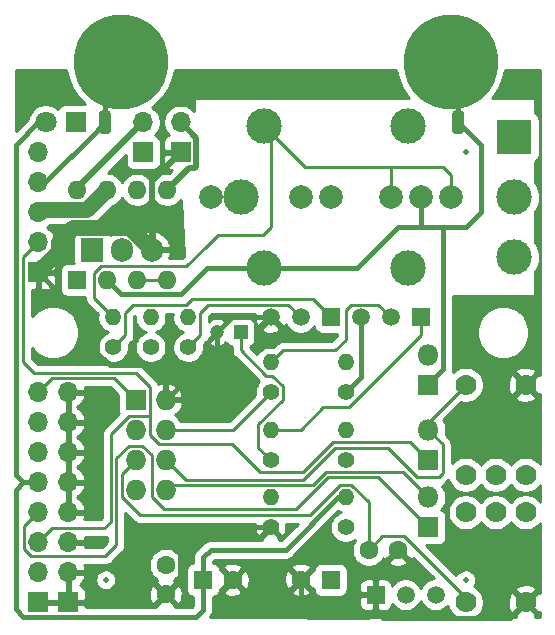
<source format=gtl>
G04 #@! TF.GenerationSoftware,KiCad,Pcbnew,(5.1.6-0-10_14)*
G04 #@! TF.CreationDate,2021-04-24T23:59:31+01:00*
G04 #@! TF.ProjectId,WiFive55,57694669-7665-4353-952e-6b696361645f,0.13*
G04 #@! TF.SameCoordinates,Original*
G04 #@! TF.FileFunction,Copper,L1,Top*
G04 #@! TF.FilePolarity,Positive*
%FSLAX46Y46*%
G04 Gerber Fmt 4.6, Leading zero omitted, Abs format (unit mm)*
G04 Created by KiCad (PCBNEW (5.1.6-0-10_14)) date 2021-04-24 23:59:31*
%MOMM*%
%LPD*%
G01*
G04 APERTURE LIST*
G04 #@! TA.AperFunction,ComponentPad*
%ADD10C,2.000000*%
G04 #@! TD*
G04 #@! TA.AperFunction,ComponentPad*
%ADD11C,1.600000*%
G04 #@! TD*
G04 #@! TA.AperFunction,ComponentPad*
%ADD12R,1.600000X1.600000*%
G04 #@! TD*
G04 #@! TA.AperFunction,ComponentPad*
%ADD13C,1.200000*%
G04 #@! TD*
G04 #@! TA.AperFunction,ComponentPad*
%ADD14R,1.200000X1.200000*%
G04 #@! TD*
G04 #@! TA.AperFunction,ComponentPad*
%ADD15O,1.400000X1.400000*%
G04 #@! TD*
G04 #@! TA.AperFunction,ComponentPad*
%ADD16C,1.400000*%
G04 #@! TD*
G04 #@! TA.AperFunction,ComponentPad*
%ADD17C,0.900000*%
G04 #@! TD*
G04 #@! TA.AperFunction,ComponentPad*
%ADD18C,8.000000*%
G04 #@! TD*
G04 #@! TA.AperFunction,ComponentPad*
%ADD19O,1.905000X2.000000*%
G04 #@! TD*
G04 #@! TA.AperFunction,ComponentPad*
%ADD20R,1.905000X2.000000*%
G04 #@! TD*
G04 #@! TA.AperFunction,ComponentPad*
%ADD21R,1.500000X1.500000*%
G04 #@! TD*
G04 #@! TA.AperFunction,ComponentPad*
%ADD22C,1.500000*%
G04 #@! TD*
G04 #@! TA.AperFunction,ComponentPad*
%ADD23O,1.700000X1.700000*%
G04 #@! TD*
G04 #@! TA.AperFunction,ComponentPad*
%ADD24R,1.700000X1.700000*%
G04 #@! TD*
G04 #@! TA.AperFunction,SMDPad,CuDef*
%ADD25C,0.500000*%
G04 #@! TD*
G04 #@! TA.AperFunction,ComponentPad*
%ADD26O,1.727200X1.727200*%
G04 #@! TD*
G04 #@! TA.AperFunction,ComponentPad*
%ADD27R,1.727200X1.727200*%
G04 #@! TD*
G04 #@! TA.AperFunction,ComponentPad*
%ADD28O,1.600000X1.600000*%
G04 #@! TD*
G04 #@! TA.AperFunction,ComponentPad*
%ADD29C,1.800000*%
G04 #@! TD*
G04 #@! TA.AperFunction,ComponentPad*
%ADD30R,1.800000X1.800000*%
G04 #@! TD*
G04 #@! TA.AperFunction,ComponentPad*
%ADD31C,3.000000*%
G04 #@! TD*
G04 #@! TA.AperFunction,ComponentPad*
%ADD32R,3.000000X3.000000*%
G04 #@! TD*
G04 #@! TA.AperFunction,ComponentPad*
%ADD33O,1.800000X1.800000*%
G04 #@! TD*
G04 #@! TA.AperFunction,ComponentPad*
%ADD34C,1.778000*%
G04 #@! TD*
G04 #@! TA.AperFunction,ViaPad*
%ADD35C,0.600000*%
G04 #@! TD*
G04 #@! TA.AperFunction,Conductor*
%ADD36C,0.400000*%
G04 #@! TD*
G04 #@! TA.AperFunction,Conductor*
%ADD37C,1.370000*%
G04 #@! TD*
G04 #@! TA.AperFunction,Conductor*
%ADD38C,0.530000*%
G04 #@! TD*
G04 #@! TA.AperFunction,Conductor*
%ADD39C,0.250000*%
G04 #@! TD*
G04 #@! TA.AperFunction,Conductor*
%ADD40C,0.254000*%
G04 #@! TD*
G04 APERTURE END LIST*
D10*
X137795000Y-59690000D03*
X135255000Y-59690000D03*
X132715000Y-59690000D03*
X127635000Y-59690000D03*
X125095000Y-59690000D03*
X117475000Y-59690000D03*
D11*
X119340000Y-92075000D03*
D12*
X116840000Y-92075000D03*
D11*
X125135000Y-92075000D03*
D12*
X127635000Y-92075000D03*
D13*
X118015000Y-71120000D03*
D14*
X120015000Y-71120000D03*
D15*
X115570000Y-69850000D03*
D16*
X115570000Y-72390000D03*
D17*
X138943050Y-45488362D03*
X136646950Y-45488361D03*
X135023362Y-47111950D03*
X135023361Y-49408050D03*
X136646950Y-51031638D03*
X138943050Y-51031639D03*
X140566638Y-49408050D03*
X140566639Y-47111950D03*
D18*
X137795000Y-48260000D03*
D17*
X111003050Y-45488362D03*
X108706950Y-45488361D03*
X107083362Y-47111950D03*
X107083361Y-49408050D03*
X108706950Y-51031638D03*
X111003050Y-51031639D03*
X112626638Y-49408050D03*
X112626639Y-47111950D03*
D18*
X109855000Y-48260000D03*
G04 #@! TA.AperFunction,SMDPad,CuDef*
G36*
G01*
X109030000Y-52590000D02*
X109030000Y-54090000D01*
G75*
G02*
X108780000Y-54340000I-250000J0D01*
G01*
X108280000Y-54340000D01*
G75*
G02*
X108030000Y-54090000I0J250000D01*
G01*
X108030000Y-52590000D01*
G75*
G02*
X108280000Y-52340000I250000J0D01*
G01*
X108780000Y-52340000D01*
G75*
G02*
X109030000Y-52590000I0J-250000D01*
G01*
G37*
G04 #@! TD.AperFunction*
G04 #@! TA.AperFunction,SMDPad,CuDef*
G36*
G01*
X138930000Y-52590000D02*
X138930000Y-54090000D01*
G75*
G02*
X138680000Y-54340000I-250000J0D01*
G01*
X138180000Y-54340000D01*
G75*
G02*
X137930000Y-54090000I0J250000D01*
G01*
X137930000Y-52590000D01*
G75*
G02*
X138180000Y-52340000I250000J0D01*
G01*
X138680000Y-52340000D01*
G75*
G02*
X138930000Y-52590000I0J-250000D01*
G01*
G37*
G04 #@! TD.AperFunction*
D19*
X112530000Y-64135000D03*
X109990000Y-64135000D03*
D20*
X107450000Y-64135000D03*
D21*
X135255000Y-69850000D03*
D22*
X130175000Y-69850000D03*
X132715000Y-69850000D03*
D21*
X127635000Y-69850000D03*
D22*
X122555000Y-69850000D03*
X125095000Y-69850000D03*
D23*
X111760000Y-53340000D03*
D24*
X111760000Y-55880000D03*
D23*
X114935000Y-53340000D03*
D24*
X114935000Y-55880000D03*
D15*
X122555000Y-85090000D03*
D16*
X122555000Y-87630000D03*
D15*
X122555000Y-73660000D03*
D16*
X122555000Y-76200000D03*
D15*
X128905000Y-73660000D03*
D16*
X128905000Y-76200000D03*
D15*
X128905000Y-79375000D03*
D16*
X128905000Y-81915000D03*
D15*
X128905000Y-85090000D03*
D16*
X128905000Y-87630000D03*
D15*
X112395000Y-69850000D03*
D16*
X112395000Y-72390000D03*
D15*
X122555000Y-79375000D03*
D16*
X122555000Y-81915000D03*
D15*
X109220000Y-69850000D03*
D16*
X109220000Y-72390000D03*
D25*
X139065000Y-55880000D03*
X108585000Y-92075000D03*
X139065000Y-92075000D03*
D21*
X131445000Y-93345000D03*
D22*
X136525000Y-93345000D03*
X133985000Y-93345000D03*
D23*
X105410000Y-76200000D03*
X105410000Y-78740000D03*
X105410000Y-81280000D03*
X105410000Y-83820000D03*
X105410000Y-86360000D03*
X105410000Y-88900000D03*
X105410000Y-91440000D03*
D24*
X105410000Y-93980000D03*
D23*
X102870000Y-76200000D03*
X102870000Y-78740000D03*
X102870000Y-81280000D03*
X102870000Y-83820000D03*
X102870000Y-86360000D03*
X102870000Y-88900000D03*
X102870000Y-91440000D03*
D24*
X102870000Y-93980000D03*
D23*
X102870000Y-55880000D03*
X102870000Y-58420000D03*
X102870000Y-60960000D03*
X102870000Y-63500000D03*
D24*
X102870000Y-66040000D03*
D26*
X113665000Y-84455000D03*
X111125000Y-84455000D03*
X113665000Y-81915000D03*
X111125000Y-81915000D03*
X113665000Y-79375000D03*
X111125000Y-79375000D03*
X113665000Y-76835000D03*
D27*
X111125000Y-76835000D03*
D11*
X113665000Y-93305000D03*
X113665000Y-90805000D03*
D28*
X106180000Y-59055000D03*
X113800000Y-66675000D03*
X108720000Y-59055000D03*
X111260000Y-66675000D03*
X111260000Y-59055000D03*
X108720000Y-66675000D03*
X113800000Y-59055000D03*
D12*
X106180000Y-66675000D03*
D29*
X103505000Y-53340000D03*
D30*
X106045000Y-53340000D03*
D31*
X143192500Y-64770000D03*
X143192500Y-59690000D03*
D32*
X143192500Y-54610000D03*
D33*
X135890000Y-73025000D03*
D30*
X135890000Y-75565000D03*
D33*
X135890000Y-85090000D03*
D30*
X135890000Y-87630000D03*
D33*
X135890000Y-79375000D03*
D30*
X135890000Y-81915000D03*
D34*
X144145000Y-86360000D03*
X141605000Y-86360000D03*
X139065000Y-86360000D03*
X139065000Y-93980000D03*
X144145000Y-93980000D03*
X139065000Y-83185000D03*
X141605000Y-83185000D03*
X144145000Y-83185000D03*
X144145000Y-75565000D03*
X139065000Y-75565000D03*
D31*
X120015000Y-59690000D03*
X122015000Y-53690000D03*
X134215000Y-53690000D03*
X134215000Y-65690000D03*
X122015000Y-65690000D03*
D11*
X130850000Y-89535000D03*
X133350000Y-89535000D03*
D35*
X144145000Y-50165000D03*
X102235000Y-50165000D03*
X114935000Y-64135000D03*
X123825000Y-50165000D03*
D36*
X100965000Y-73025000D02*
X100965000Y-83185000D01*
X100965000Y-73660000D02*
X100965000Y-73025000D01*
X100965000Y-83185000D02*
X101600000Y-83820000D01*
X100965000Y-73025000D02*
X100965000Y-55245000D01*
X100965000Y-55245000D02*
X102870000Y-53340000D01*
X130175000Y-74930000D02*
X128905000Y-76200000D01*
X130175000Y-69850000D02*
X130175000Y-74930000D01*
X128270000Y-85090000D02*
X128905000Y-85090000D01*
X116840000Y-90170000D02*
X117475000Y-89535000D01*
X116840000Y-92075000D02*
X116840000Y-90170000D01*
X123825000Y-89535000D02*
X128270000Y-85090000D01*
X120650000Y-89535000D02*
X123825000Y-89535000D01*
X121285000Y-89535000D02*
X120650000Y-89535000D01*
X120650000Y-89535000D02*
X117475000Y-89535000D01*
X101600000Y-83820000D02*
X102870000Y-83820000D01*
X100965000Y-94575002D02*
X101619999Y-95230001D01*
X101619999Y-95230001D02*
X116185001Y-95230001D01*
X116840000Y-94615000D02*
X116840000Y-92075000D01*
X116205000Y-95250000D02*
X116840000Y-94615000D01*
X100965000Y-84455000D02*
X100965000Y-94575002D01*
X116185001Y-95230001D02*
X116205000Y-95250000D01*
X101600000Y-83820000D02*
X100965000Y-84455000D01*
X103505000Y-53340000D02*
X102870000Y-53340000D01*
X131445000Y-94615000D02*
X130810000Y-95250000D01*
X133350000Y-89535000D02*
X131445000Y-91440000D01*
X131445000Y-91440000D02*
X131445000Y-93345000D01*
X131445000Y-94615000D02*
X131445000Y-93345000D01*
X142855999Y-95269001D02*
X132099001Y-95269001D01*
X132099001Y-95269001D02*
X131445000Y-94615000D01*
X144145000Y-93980000D02*
X142855999Y-95269001D01*
X105410000Y-76200000D02*
X105410000Y-78740000D01*
X105410000Y-78740000D02*
X105410000Y-81280000D01*
X105410000Y-81280000D02*
X105410000Y-83820000D01*
X105410000Y-83820000D02*
X105410000Y-86360000D01*
X119285000Y-69850000D02*
X122555000Y-69850000D01*
X118015000Y-71120000D02*
X119285000Y-69850000D01*
X118015000Y-72485000D02*
X116600020Y-73899980D01*
X118015000Y-71120000D02*
X118015000Y-72485000D01*
X116600020Y-73899980D02*
X113665000Y-76835000D01*
X125135000Y-92075000D02*
X125135000Y-94655000D01*
X125135000Y-94655000D02*
X125730000Y-95250000D01*
X125730000Y-95250000D02*
X130810000Y-95250000D01*
X114865001Y-92104999D02*
X114865001Y-88969999D01*
X113665000Y-93305000D02*
X114865001Y-92104999D01*
X116205000Y-87630000D02*
X117475000Y-87630000D01*
X114865001Y-88969999D02*
X116205000Y-87630000D01*
X117475000Y-87630000D02*
X117059998Y-87630000D01*
X122555000Y-87630000D02*
X117475000Y-87630000D01*
D37*
X104605001Y-64304999D02*
X102870000Y-66040000D01*
X104605001Y-63434497D02*
X104605001Y-64304999D01*
X105789499Y-62249999D02*
X104605001Y-63434497D01*
X110652135Y-62249999D02*
X112530000Y-64127864D01*
X107969999Y-62249999D02*
X110652135Y-62249999D01*
X107969999Y-62249999D02*
X105789499Y-62249999D01*
D36*
X112599999Y-64065001D02*
X112530000Y-64135000D01*
X112530000Y-64135000D02*
X114935000Y-64135000D01*
X114935000Y-64135000D02*
X114935000Y-64135000D01*
X107896271Y-72863795D02*
X107896271Y-70431271D01*
X108932456Y-73899980D02*
X107896271Y-72863795D01*
X116600020Y-73899980D02*
X108932456Y-73899980D01*
X105092500Y-68262500D02*
X105727500Y-68262500D01*
X102870000Y-66040000D02*
X105092500Y-68262500D01*
X107896271Y-70431271D02*
X105727500Y-68262500D01*
D38*
X112534999Y-64130001D02*
X112530000Y-64135000D01*
X112534999Y-58280001D02*
X112534999Y-64130001D01*
X114935000Y-55880000D02*
X112534999Y-58280001D01*
D39*
X123580001Y-76832997D02*
X123580001Y-75707999D01*
X122555000Y-81915000D02*
X121529999Y-80889999D01*
X123580001Y-75707999D02*
X122678501Y-74806499D01*
X121529999Y-80889999D02*
X121529999Y-78882999D01*
X121529999Y-78882999D02*
X123580001Y-76832997D01*
X120015000Y-72637002D02*
X120015000Y-71120000D01*
X122184497Y-74806499D02*
X120015000Y-72637002D01*
X122678501Y-74806499D02*
X122184497Y-74806499D01*
X111125000Y-76835000D02*
X109314999Y-75024999D01*
X104045001Y-75024999D02*
X102870000Y-76200000D01*
X109314999Y-75024999D02*
X104869999Y-75024999D01*
X104869999Y-75024999D02*
X104045001Y-75024999D01*
X104869999Y-75024999D02*
X104680001Y-75024999D01*
X122555000Y-76200000D02*
X119380000Y-79375000D01*
X119380000Y-79375000D02*
X113665000Y-79375000D01*
D36*
X137190001Y-74264999D02*
X135890000Y-75565000D01*
X137190001Y-73055001D02*
X137190001Y-74264999D01*
X137190001Y-73649001D02*
X137190001Y-73055001D01*
X115004999Y-67875001D02*
X110420001Y-67875001D01*
X117190000Y-65690000D02*
X120745000Y-65690000D01*
X115004999Y-67875001D02*
X117190000Y-65690000D01*
X137190001Y-73055001D02*
X137190001Y-62895001D01*
X137190001Y-62895001D02*
X137190001Y-62834999D01*
X124810000Y-65690000D02*
X126715000Y-65690000D01*
X117825000Y-65690000D02*
X124810000Y-65690000D01*
X137190001Y-62260001D02*
X137160000Y-62230000D01*
X137190001Y-62895001D02*
X137190001Y-62260001D01*
X138430000Y-48895000D02*
X138220010Y-48685010D01*
X138430000Y-53340000D02*
X138430000Y-48895000D01*
X135255000Y-62230000D02*
X135255000Y-59690000D01*
X135255000Y-62230000D02*
X137160000Y-62230000D01*
X129255000Y-65690000D02*
X124810000Y-65690000D01*
X133350000Y-62230000D02*
X129890000Y-65690000D01*
X129890000Y-65690000D02*
X129255000Y-65690000D01*
X135255000Y-62230000D02*
X133350000Y-62230000D01*
X137160000Y-62230000D02*
X139065000Y-62230000D01*
X139065000Y-62230000D02*
X140335000Y-60960000D01*
X138430000Y-53340000D02*
X140335000Y-55245000D01*
X140335000Y-60960000D02*
X140335000Y-55245000D01*
X109920001Y-67875001D02*
X108720000Y-66675000D01*
X110420001Y-67875001D02*
X109920001Y-67875001D01*
D39*
X131975001Y-88409999D02*
X130850000Y-89535000D01*
X133890001Y-88409999D02*
X139065000Y-93584998D01*
X139065000Y-93584998D02*
X139065000Y-93980000D01*
X131975001Y-88409999D02*
X133890001Y-88409999D01*
X128412999Y-84064999D02*
X129397001Y-84064999D01*
X125912987Y-86565011D02*
X128412999Y-84064999D01*
X130850000Y-85517998D02*
X130850000Y-89535000D01*
X109936399Y-85025529D02*
X111475881Y-86565011D01*
X111475881Y-86565011D02*
X125912987Y-86565011D01*
X109936399Y-83103601D02*
X109936399Y-85025529D01*
X129397001Y-84064999D02*
X130850000Y-85517998D01*
X111125000Y-81915000D02*
X109936399Y-83103601D01*
X111125000Y-66675000D02*
X113665000Y-66675000D01*
X108094999Y-68724999D02*
X109220000Y-69850000D01*
X109999999Y-65549999D02*
X108679999Y-65549999D01*
X117157500Y-63817500D02*
X117475000Y-63500000D01*
X118110000Y-62865000D02*
X121920000Y-62865000D01*
X117157500Y-63817500D02*
X118110000Y-62865000D01*
D36*
X108530000Y-49585000D02*
X109429990Y-48685010D01*
X108530000Y-53340000D02*
X108530000Y-49585000D01*
D39*
X122555000Y-62230000D02*
X122555000Y-54230000D01*
X121920000Y-62865000D02*
X122555000Y-62230000D01*
X122555000Y-54230000D02*
X122015000Y-53690000D01*
X122015000Y-53690000D02*
X125475000Y-57150000D01*
X129540000Y-57150000D02*
X130175000Y-57150000D01*
X125475000Y-57150000D02*
X129540000Y-57150000D01*
X129540000Y-57150000D02*
X132715000Y-57150000D01*
X132715000Y-59690000D02*
X132715000Y-57150000D01*
X132715000Y-57150000D02*
X137160000Y-57150000D01*
X137795000Y-57785000D02*
X137160000Y-57150000D01*
X137795000Y-57785000D02*
X137795000Y-59690000D01*
X107594999Y-68224999D02*
X109220000Y-69850000D01*
X108179999Y-65549999D02*
X107594999Y-66134999D01*
X115425001Y-65549999D02*
X108179999Y-65549999D01*
X107594999Y-66134999D02*
X107594999Y-68224999D01*
X117157500Y-63817500D02*
X115425001Y-65549999D01*
D36*
X103485002Y-58420000D02*
X102870000Y-58420000D01*
X107922500Y-53982502D02*
X103485002Y-58420000D01*
X107922500Y-53947500D02*
X107922500Y-53982502D01*
X107922500Y-53947500D02*
X108530000Y-53340000D01*
D39*
X123580001Y-72634999D02*
X122555000Y-73660000D01*
X126935003Y-72634999D02*
X126120001Y-72634999D01*
X126120001Y-72634999D02*
X123580001Y-72634999D01*
X128905000Y-71755000D02*
X128025001Y-72634999D01*
X128905000Y-69215000D02*
X128905000Y-71755000D01*
X129345001Y-68774999D02*
X128905000Y-69215000D01*
X131639999Y-68774999D02*
X129345001Y-68774999D01*
X128025001Y-72634999D02*
X126120001Y-72634999D01*
X132715000Y-69850000D02*
X131639999Y-68774999D01*
X122555000Y-79375000D02*
X125095000Y-79375000D01*
X125095000Y-79375000D02*
X127000000Y-77470000D01*
X135255000Y-71367002D02*
X135255000Y-69850000D01*
X129152002Y-77470000D02*
X135255000Y-71367002D01*
X127000000Y-77470000D02*
X129152002Y-77470000D01*
X110554471Y-78186399D02*
X112313601Y-78186399D01*
X109036379Y-79704491D02*
X110554471Y-78186399D01*
X109036379Y-87178621D02*
X109036379Y-79704491D01*
X134375001Y-80400001D02*
X135890000Y-81915000D01*
X127878589Y-80400001D02*
X134375001Y-80400001D01*
X125338589Y-82940001D02*
X127878589Y-80400001D01*
X119298601Y-80563601D02*
X121675001Y-82940001D01*
X113094471Y-80563601D02*
X119298601Y-80563601D01*
X121675001Y-82940001D02*
X125338589Y-82940001D01*
X112313601Y-79782731D02*
X113094471Y-80563601D01*
X112313601Y-78186399D02*
X112313601Y-79782731D01*
X108490001Y-87724999D02*
X109036379Y-87178621D01*
X104045001Y-87724999D02*
X102870000Y-88900000D01*
X104869999Y-87724999D02*
X104045001Y-87724999D01*
X104680001Y-87724999D02*
X104869999Y-87724999D01*
X104869999Y-87724999D02*
X108490001Y-87724999D01*
X112313601Y-75711399D02*
X112313601Y-78186399D01*
X111177191Y-74574989D02*
X112313601Y-75711399D01*
X102514989Y-74574989D02*
X111177191Y-74574989D01*
X101600000Y-73660000D02*
X102514989Y-74574989D01*
X101600000Y-64770000D02*
X101600000Y-73660000D01*
X102870000Y-63500000D02*
X101600000Y-64770000D01*
X133740001Y-82940001D02*
X135890000Y-85090000D01*
X126120001Y-84064999D02*
X127244999Y-82940001D01*
X127244999Y-82940001D02*
X133740001Y-82940001D01*
X114055001Y-84064999D02*
X126120001Y-84064999D01*
X113665000Y-84455000D02*
X114055001Y-84064999D01*
D38*
X116157001Y-57195001D02*
X115659999Y-57195001D01*
X115659999Y-57195001D02*
X113800000Y-59055000D01*
X116250001Y-57102001D02*
X116157001Y-57195001D01*
X116250001Y-54655001D02*
X116250001Y-57102001D01*
X114935000Y-53340000D02*
X116250001Y-54655001D01*
D39*
X115932487Y-68324989D02*
X126109989Y-68324989D01*
X109220000Y-72390000D02*
X110245001Y-71364999D01*
X110880001Y-68824999D02*
X115432477Y-68824999D01*
X126109989Y-68324989D02*
X127635000Y-69850000D01*
X110245001Y-69459999D02*
X110880001Y-68824999D01*
X115432477Y-68824999D02*
X115932487Y-68324989D01*
X110245001Y-71364999D02*
X110245001Y-69459999D01*
D37*
X103089999Y-60740001D02*
X102870000Y-60960000D01*
X107034999Y-60740001D02*
X103089999Y-60740001D01*
X108720000Y-59055000D02*
X107034999Y-60740001D01*
D38*
X106180000Y-58920000D02*
X106180000Y-59055000D01*
X111760000Y-53340000D02*
X106180000Y-58920000D01*
D39*
X102305999Y-90075001D02*
X101694999Y-89464001D01*
X109486389Y-89166389D02*
X108577777Y-90075001D01*
X109486389Y-81794481D02*
X109486389Y-89166389D01*
X110554471Y-80726399D02*
X109486389Y-81794481D01*
X111695529Y-80726399D02*
X110554471Y-80726399D01*
X112476399Y-81507269D02*
X111695529Y-80726399D01*
X101694999Y-89464001D02*
X101694999Y-87535001D01*
X108577777Y-90075001D02*
X102305999Y-90075001D01*
X112476399Y-85025529D02*
X112476399Y-81507269D01*
X113565871Y-86115001D02*
X112476399Y-85025529D01*
X131650011Y-83390011D02*
X127431399Y-83390011D01*
X127431399Y-83390011D02*
X124706409Y-86115001D01*
X101694999Y-87535001D02*
X102870000Y-86360000D01*
X124706409Y-86115001D02*
X113565871Y-86115001D01*
X135890000Y-87630000D02*
X131650011Y-83390011D01*
X135255000Y-79375000D02*
X139065000Y-75565000D01*
X115364989Y-83614989D02*
X113665000Y-81915000D01*
X128025001Y-80889999D02*
X125300011Y-83614989D01*
X132479997Y-80889999D02*
X128025001Y-80889999D01*
X125300011Y-83614989D02*
X115364989Y-83614989D01*
X137115001Y-80600001D02*
X137115001Y-83075001D01*
X134980009Y-83390011D02*
X132479997Y-80889999D01*
X135890000Y-79375000D02*
X137115001Y-80600001D01*
X136799991Y-83390011D02*
X134980009Y-83390011D01*
X137115001Y-83075001D02*
X136799991Y-83390011D01*
X125095000Y-69850000D02*
X124019999Y-68774999D01*
X116595001Y-69459999D02*
X117280001Y-68774999D01*
X116595001Y-71364999D02*
X116595001Y-69459999D01*
X115570000Y-72390000D02*
X116595001Y-71364999D01*
X117280001Y-68774999D02*
X124019999Y-68774999D01*
D40*
G36*
X137714449Y-83906885D02*
G01*
X137881232Y-84156493D01*
X138093507Y-84368768D01*
X138343115Y-84535551D01*
X138620466Y-84650434D01*
X138914899Y-84709000D01*
X139215101Y-84709000D01*
X139509534Y-84650434D01*
X139786885Y-84535551D01*
X140036493Y-84368768D01*
X140248768Y-84156493D01*
X140335000Y-84027438D01*
X140421232Y-84156493D01*
X140633507Y-84368768D01*
X140883115Y-84535551D01*
X141160466Y-84650434D01*
X141454899Y-84709000D01*
X141755101Y-84709000D01*
X142049534Y-84650434D01*
X142326885Y-84535551D01*
X142576493Y-84368768D01*
X142788768Y-84156493D01*
X142875000Y-84027438D01*
X142961232Y-84156493D01*
X143173507Y-84368768D01*
X143423115Y-84535551D01*
X143700466Y-84650434D01*
X143994899Y-84709000D01*
X144295101Y-84709000D01*
X144589534Y-84650434D01*
X144866885Y-84535551D01*
X145116493Y-84368768D01*
X145328768Y-84156493D01*
X145390001Y-84064852D01*
X145390001Y-85480148D01*
X145328768Y-85388507D01*
X145116493Y-85176232D01*
X144866885Y-85009449D01*
X144589534Y-84894566D01*
X144295101Y-84836000D01*
X143994899Y-84836000D01*
X143700466Y-84894566D01*
X143423115Y-85009449D01*
X143173507Y-85176232D01*
X142961232Y-85388507D01*
X142875000Y-85517562D01*
X142788768Y-85388507D01*
X142576493Y-85176232D01*
X142326885Y-85009449D01*
X142049534Y-84894566D01*
X141755101Y-84836000D01*
X141454899Y-84836000D01*
X141160466Y-84894566D01*
X140883115Y-85009449D01*
X140633507Y-85176232D01*
X140421232Y-85388507D01*
X140335000Y-85517562D01*
X140248768Y-85388507D01*
X140036493Y-85176232D01*
X139786885Y-85009449D01*
X139509534Y-84894566D01*
X139215101Y-84836000D01*
X138914899Y-84836000D01*
X138620466Y-84894566D01*
X138343115Y-85009449D01*
X138093507Y-85176232D01*
X137881232Y-85388507D01*
X137714449Y-85638115D01*
X137599566Y-85915466D01*
X137541000Y-86209899D01*
X137541000Y-86510101D01*
X137599566Y-86804534D01*
X137714449Y-87081885D01*
X137881232Y-87331493D01*
X138093507Y-87543768D01*
X138343115Y-87710551D01*
X138620466Y-87825434D01*
X138914899Y-87884000D01*
X139215101Y-87884000D01*
X139509534Y-87825434D01*
X139786885Y-87710551D01*
X140036493Y-87543768D01*
X140248768Y-87331493D01*
X140335000Y-87202438D01*
X140421232Y-87331493D01*
X140633507Y-87543768D01*
X140883115Y-87710551D01*
X141160466Y-87825434D01*
X141454899Y-87884000D01*
X141755101Y-87884000D01*
X142049534Y-87825434D01*
X142326885Y-87710551D01*
X142576493Y-87543768D01*
X142788768Y-87331493D01*
X142875000Y-87202438D01*
X142961232Y-87331493D01*
X143173507Y-87543768D01*
X143423115Y-87710551D01*
X143700466Y-87825434D01*
X143994899Y-87884000D01*
X144295101Y-87884000D01*
X144589534Y-87825434D01*
X144866885Y-87710551D01*
X145116493Y-87543768D01*
X145328768Y-87331493D01*
X145390001Y-87239852D01*
X145390001Y-93164806D01*
X145201231Y-93103374D01*
X144324605Y-93980000D01*
X145201231Y-94856626D01*
X145390001Y-94795194D01*
X145390001Y-95217715D01*
X145389335Y-95224513D01*
X145384699Y-95225000D01*
X144960195Y-95225000D01*
X145021626Y-95036231D01*
X144145000Y-94159605D01*
X143268374Y-95036231D01*
X143329805Y-95225000D01*
X139944853Y-95225000D01*
X140036493Y-95163768D01*
X140248768Y-94951493D01*
X140415551Y-94701885D01*
X140530434Y-94424534D01*
X140589000Y-94130101D01*
X140589000Y-94046988D01*
X142615092Y-94046988D01*
X142657557Y-94344171D01*
X142757184Y-94627359D01*
X142835711Y-94774273D01*
X143088769Y-94856626D01*
X143965395Y-93980000D01*
X143088769Y-93103374D01*
X142835711Y-93185727D01*
X142705914Y-93456418D01*
X142631420Y-93747230D01*
X142615092Y-94046988D01*
X140589000Y-94046988D01*
X140589000Y-93829899D01*
X140530434Y-93535466D01*
X140415551Y-93258115D01*
X140248768Y-93008507D01*
X140164030Y-92923769D01*
X143268374Y-92923769D01*
X144145000Y-93800395D01*
X145021626Y-92923769D01*
X144939273Y-92670711D01*
X144668582Y-92540914D01*
X144377770Y-92466420D01*
X144078012Y-92450092D01*
X143780829Y-92492557D01*
X143497641Y-92592184D01*
X143350727Y-92670711D01*
X143268374Y-92923769D01*
X140164030Y-92923769D01*
X140036493Y-92796232D01*
X139786885Y-92629449D01*
X139764974Y-92620373D01*
X139849277Y-92494205D01*
X139915990Y-92333145D01*
X139950000Y-92162165D01*
X139950000Y-91987835D01*
X139915990Y-91816855D01*
X139849277Y-91655795D01*
X139752424Y-91510845D01*
X139629155Y-91387576D01*
X139484205Y-91290723D01*
X139323145Y-91224010D01*
X139152165Y-91190000D01*
X138977835Y-91190000D01*
X138806855Y-91224010D01*
X138645795Y-91290723D01*
X138500845Y-91387576D01*
X138377576Y-91510845D01*
X138280723Y-91655795D01*
X138260184Y-91705380D01*
X135722875Y-89168072D01*
X136790000Y-89168072D01*
X136914482Y-89155812D01*
X137034180Y-89119502D01*
X137144494Y-89060537D01*
X137241185Y-88981185D01*
X137320537Y-88884494D01*
X137379502Y-88774180D01*
X137415812Y-88654482D01*
X137428072Y-88530000D01*
X137428072Y-86730000D01*
X137415812Y-86605518D01*
X137379502Y-86485820D01*
X137320537Y-86375506D01*
X137241185Y-86278815D01*
X137144494Y-86199463D01*
X137034180Y-86140498D01*
X137015873Y-86134944D01*
X137082312Y-86068505D01*
X137250299Y-85817095D01*
X137366011Y-85537743D01*
X137425000Y-85241184D01*
X137425000Y-84938816D01*
X137366011Y-84642257D01*
X137250299Y-84362905D01*
X137082312Y-84111495D01*
X137072394Y-84101577D01*
X137092238Y-84095557D01*
X137224267Y-84024985D01*
X137339992Y-83930012D01*
X137363794Y-83901009D01*
X137610023Y-83654780D01*
X137714449Y-83906885D01*
G37*
X137714449Y-83906885D02*
X137881232Y-84156493D01*
X138093507Y-84368768D01*
X138343115Y-84535551D01*
X138620466Y-84650434D01*
X138914899Y-84709000D01*
X139215101Y-84709000D01*
X139509534Y-84650434D01*
X139786885Y-84535551D01*
X140036493Y-84368768D01*
X140248768Y-84156493D01*
X140335000Y-84027438D01*
X140421232Y-84156493D01*
X140633507Y-84368768D01*
X140883115Y-84535551D01*
X141160466Y-84650434D01*
X141454899Y-84709000D01*
X141755101Y-84709000D01*
X142049534Y-84650434D01*
X142326885Y-84535551D01*
X142576493Y-84368768D01*
X142788768Y-84156493D01*
X142875000Y-84027438D01*
X142961232Y-84156493D01*
X143173507Y-84368768D01*
X143423115Y-84535551D01*
X143700466Y-84650434D01*
X143994899Y-84709000D01*
X144295101Y-84709000D01*
X144589534Y-84650434D01*
X144866885Y-84535551D01*
X145116493Y-84368768D01*
X145328768Y-84156493D01*
X145390001Y-84064852D01*
X145390001Y-85480148D01*
X145328768Y-85388507D01*
X145116493Y-85176232D01*
X144866885Y-85009449D01*
X144589534Y-84894566D01*
X144295101Y-84836000D01*
X143994899Y-84836000D01*
X143700466Y-84894566D01*
X143423115Y-85009449D01*
X143173507Y-85176232D01*
X142961232Y-85388507D01*
X142875000Y-85517562D01*
X142788768Y-85388507D01*
X142576493Y-85176232D01*
X142326885Y-85009449D01*
X142049534Y-84894566D01*
X141755101Y-84836000D01*
X141454899Y-84836000D01*
X141160466Y-84894566D01*
X140883115Y-85009449D01*
X140633507Y-85176232D01*
X140421232Y-85388507D01*
X140335000Y-85517562D01*
X140248768Y-85388507D01*
X140036493Y-85176232D01*
X139786885Y-85009449D01*
X139509534Y-84894566D01*
X139215101Y-84836000D01*
X138914899Y-84836000D01*
X138620466Y-84894566D01*
X138343115Y-85009449D01*
X138093507Y-85176232D01*
X137881232Y-85388507D01*
X137714449Y-85638115D01*
X137599566Y-85915466D01*
X137541000Y-86209899D01*
X137541000Y-86510101D01*
X137599566Y-86804534D01*
X137714449Y-87081885D01*
X137881232Y-87331493D01*
X138093507Y-87543768D01*
X138343115Y-87710551D01*
X138620466Y-87825434D01*
X138914899Y-87884000D01*
X139215101Y-87884000D01*
X139509534Y-87825434D01*
X139786885Y-87710551D01*
X140036493Y-87543768D01*
X140248768Y-87331493D01*
X140335000Y-87202438D01*
X140421232Y-87331493D01*
X140633507Y-87543768D01*
X140883115Y-87710551D01*
X141160466Y-87825434D01*
X141454899Y-87884000D01*
X141755101Y-87884000D01*
X142049534Y-87825434D01*
X142326885Y-87710551D01*
X142576493Y-87543768D01*
X142788768Y-87331493D01*
X142875000Y-87202438D01*
X142961232Y-87331493D01*
X143173507Y-87543768D01*
X143423115Y-87710551D01*
X143700466Y-87825434D01*
X143994899Y-87884000D01*
X144295101Y-87884000D01*
X144589534Y-87825434D01*
X144866885Y-87710551D01*
X145116493Y-87543768D01*
X145328768Y-87331493D01*
X145390001Y-87239852D01*
X145390001Y-93164806D01*
X145201231Y-93103374D01*
X144324605Y-93980000D01*
X145201231Y-94856626D01*
X145390001Y-94795194D01*
X145390001Y-95217715D01*
X145389335Y-95224513D01*
X145384699Y-95225000D01*
X144960195Y-95225000D01*
X145021626Y-95036231D01*
X144145000Y-94159605D01*
X143268374Y-95036231D01*
X143329805Y-95225000D01*
X139944853Y-95225000D01*
X140036493Y-95163768D01*
X140248768Y-94951493D01*
X140415551Y-94701885D01*
X140530434Y-94424534D01*
X140589000Y-94130101D01*
X140589000Y-94046988D01*
X142615092Y-94046988D01*
X142657557Y-94344171D01*
X142757184Y-94627359D01*
X142835711Y-94774273D01*
X143088769Y-94856626D01*
X143965395Y-93980000D01*
X143088769Y-93103374D01*
X142835711Y-93185727D01*
X142705914Y-93456418D01*
X142631420Y-93747230D01*
X142615092Y-94046988D01*
X140589000Y-94046988D01*
X140589000Y-93829899D01*
X140530434Y-93535466D01*
X140415551Y-93258115D01*
X140248768Y-93008507D01*
X140164030Y-92923769D01*
X143268374Y-92923769D01*
X144145000Y-93800395D01*
X145021626Y-92923769D01*
X144939273Y-92670711D01*
X144668582Y-92540914D01*
X144377770Y-92466420D01*
X144078012Y-92450092D01*
X143780829Y-92492557D01*
X143497641Y-92592184D01*
X143350727Y-92670711D01*
X143268374Y-92923769D01*
X140164030Y-92923769D01*
X140036493Y-92796232D01*
X139786885Y-92629449D01*
X139764974Y-92620373D01*
X139849277Y-92494205D01*
X139915990Y-92333145D01*
X139950000Y-92162165D01*
X139950000Y-91987835D01*
X139915990Y-91816855D01*
X139849277Y-91655795D01*
X139752424Y-91510845D01*
X139629155Y-91387576D01*
X139484205Y-91290723D01*
X139323145Y-91224010D01*
X139152165Y-91190000D01*
X138977835Y-91190000D01*
X138806855Y-91224010D01*
X138645795Y-91290723D01*
X138500845Y-91387576D01*
X138377576Y-91510845D01*
X138280723Y-91655795D01*
X138260184Y-91705380D01*
X135722875Y-89168072D01*
X136790000Y-89168072D01*
X136914482Y-89155812D01*
X137034180Y-89119502D01*
X137144494Y-89060537D01*
X137241185Y-88981185D01*
X137320537Y-88884494D01*
X137379502Y-88774180D01*
X137415812Y-88654482D01*
X137428072Y-88530000D01*
X137428072Y-86730000D01*
X137415812Y-86605518D01*
X137379502Y-86485820D01*
X137320537Y-86375506D01*
X137241185Y-86278815D01*
X137144494Y-86199463D01*
X137034180Y-86140498D01*
X137015873Y-86134944D01*
X137082312Y-86068505D01*
X137250299Y-85817095D01*
X137366011Y-85537743D01*
X137425000Y-85241184D01*
X137425000Y-84938816D01*
X137366011Y-84642257D01*
X137250299Y-84362905D01*
X137082312Y-84111495D01*
X137072394Y-84101577D01*
X137092238Y-84095557D01*
X137224267Y-84024985D01*
X137339992Y-83930012D01*
X137363794Y-83901009D01*
X137610023Y-83654780D01*
X137714449Y-83906885D01*
G36*
X128272641Y-86273061D02*
G01*
X128482530Y-86360000D01*
X128272641Y-86446939D01*
X128053987Y-86593038D01*
X127868038Y-86778987D01*
X127721939Y-86997641D01*
X127621304Y-87240595D01*
X127570000Y-87498514D01*
X127570000Y-87761486D01*
X127621304Y-88019405D01*
X127721939Y-88262359D01*
X127868038Y-88481013D01*
X128053987Y-88666962D01*
X128272641Y-88813061D01*
X128515595Y-88913696D01*
X128773514Y-88965000D01*
X129036486Y-88965000D01*
X129294405Y-88913696D01*
X129537359Y-88813061D01*
X129662311Y-88729571D01*
X129578320Y-88855273D01*
X129470147Y-89116426D01*
X129415000Y-89393665D01*
X129415000Y-89676335D01*
X129470147Y-89953574D01*
X129578320Y-90214727D01*
X129735363Y-90449759D01*
X129935241Y-90649637D01*
X130170273Y-90806680D01*
X130431426Y-90914853D01*
X130708665Y-90970000D01*
X130991335Y-90970000D01*
X131268574Y-90914853D01*
X131529727Y-90806680D01*
X131764759Y-90649637D01*
X131886694Y-90527702D01*
X132536903Y-90527702D01*
X132608486Y-90771671D01*
X132863996Y-90892571D01*
X133138184Y-90961300D01*
X133420512Y-90975217D01*
X133700130Y-90933787D01*
X133966292Y-90838603D01*
X134091514Y-90771671D01*
X134163097Y-90527702D01*
X133350000Y-89714605D01*
X132536903Y-90527702D01*
X131886694Y-90527702D01*
X131964637Y-90449759D01*
X132098692Y-90249131D01*
X132113329Y-90276514D01*
X132357298Y-90348097D01*
X133170395Y-89535000D01*
X133156253Y-89520858D01*
X133335858Y-89341253D01*
X133350000Y-89355395D01*
X133364143Y-89341253D01*
X133543748Y-89520858D01*
X133529605Y-89535000D01*
X134342702Y-90348097D01*
X134586671Y-90276514D01*
X134617198Y-90211998D01*
X136369081Y-91963880D01*
X136121011Y-92013225D01*
X135868957Y-92117629D01*
X135642114Y-92269201D01*
X135449201Y-92462114D01*
X135297629Y-92688957D01*
X135255000Y-92791873D01*
X135212371Y-92688957D01*
X135060799Y-92462114D01*
X134867886Y-92269201D01*
X134641043Y-92117629D01*
X134388989Y-92013225D01*
X134121411Y-91960000D01*
X133848589Y-91960000D01*
X133581011Y-92013225D01*
X133328957Y-92117629D01*
X133102114Y-92269201D01*
X132909201Y-92462114D01*
X132831445Y-92578483D01*
X132820812Y-92470518D01*
X132784502Y-92350820D01*
X132725537Y-92240506D01*
X132646185Y-92143815D01*
X132549494Y-92064463D01*
X132439180Y-92005498D01*
X132319482Y-91969188D01*
X132195000Y-91956928D01*
X131730750Y-91960000D01*
X131572000Y-92118750D01*
X131572000Y-93218000D01*
X131592000Y-93218000D01*
X131592000Y-93472000D01*
X131572000Y-93472000D01*
X131572000Y-94571250D01*
X131730750Y-94730000D01*
X132195000Y-94733072D01*
X132319482Y-94720812D01*
X132439180Y-94684502D01*
X132549494Y-94625537D01*
X132646185Y-94546185D01*
X132725537Y-94449494D01*
X132784502Y-94339180D01*
X132820812Y-94219482D01*
X132831445Y-94111517D01*
X132909201Y-94227886D01*
X133102114Y-94420799D01*
X133328957Y-94572371D01*
X133581011Y-94676775D01*
X133848589Y-94730000D01*
X134121411Y-94730000D01*
X134388989Y-94676775D01*
X134641043Y-94572371D01*
X134867886Y-94420799D01*
X135060799Y-94227886D01*
X135212371Y-94001043D01*
X135255000Y-93898127D01*
X135297629Y-94001043D01*
X135449201Y-94227886D01*
X135642114Y-94420799D01*
X135868957Y-94572371D01*
X136121011Y-94676775D01*
X136388589Y-94730000D01*
X136661411Y-94730000D01*
X136928989Y-94676775D01*
X137181043Y-94572371D01*
X137407886Y-94420799D01*
X137567145Y-94261540D01*
X137599566Y-94424534D01*
X137714449Y-94701885D01*
X137881232Y-94951493D01*
X138093507Y-95163768D01*
X138185147Y-95225000D01*
X117412931Y-95225000D01*
X117433291Y-95208291D01*
X117461619Y-95173774D01*
X117537636Y-95081146D01*
X117615172Y-94936087D01*
X117622657Y-94911413D01*
X117662918Y-94778689D01*
X117675000Y-94656019D01*
X117675000Y-94656018D01*
X117679040Y-94615000D01*
X117675000Y-94573982D01*
X117675000Y-94095000D01*
X130056928Y-94095000D01*
X130069188Y-94219482D01*
X130105498Y-94339180D01*
X130164463Y-94449494D01*
X130243815Y-94546185D01*
X130340506Y-94625537D01*
X130450820Y-94684502D01*
X130570518Y-94720812D01*
X130695000Y-94733072D01*
X131159250Y-94730000D01*
X131318000Y-94571250D01*
X131318000Y-93472000D01*
X130218750Y-93472000D01*
X130060000Y-93630750D01*
X130056928Y-94095000D01*
X117675000Y-94095000D01*
X117675000Y-93509625D01*
X117764482Y-93500812D01*
X117884180Y-93464502D01*
X117994494Y-93405537D01*
X118091185Y-93326185D01*
X118170537Y-93229494D01*
X118229502Y-93119180D01*
X118245117Y-93067702D01*
X118526903Y-93067702D01*
X118598486Y-93311671D01*
X118853996Y-93432571D01*
X119128184Y-93501300D01*
X119410512Y-93515217D01*
X119690130Y-93473787D01*
X119956292Y-93378603D01*
X120081514Y-93311671D01*
X120153097Y-93067702D01*
X124321903Y-93067702D01*
X124393486Y-93311671D01*
X124648996Y-93432571D01*
X124923184Y-93501300D01*
X125205512Y-93515217D01*
X125485130Y-93473787D01*
X125751292Y-93378603D01*
X125876514Y-93311671D01*
X125948097Y-93067702D01*
X125135000Y-92254605D01*
X124321903Y-93067702D01*
X120153097Y-93067702D01*
X119340000Y-92254605D01*
X118526903Y-93067702D01*
X118245117Y-93067702D01*
X118265812Y-92999482D01*
X118278072Y-92875000D01*
X118278072Y-92867785D01*
X118347298Y-92888097D01*
X119160395Y-92075000D01*
X119519605Y-92075000D01*
X120332702Y-92888097D01*
X120576671Y-92816514D01*
X120697571Y-92561004D01*
X120766300Y-92286816D01*
X120773265Y-92145512D01*
X123694783Y-92145512D01*
X123736213Y-92425130D01*
X123831397Y-92691292D01*
X123898329Y-92816514D01*
X124142298Y-92888097D01*
X124955395Y-92075000D01*
X125314605Y-92075000D01*
X126127702Y-92888097D01*
X126196928Y-92867785D01*
X126196928Y-92875000D01*
X126209188Y-92999482D01*
X126245498Y-93119180D01*
X126304463Y-93229494D01*
X126383815Y-93326185D01*
X126480506Y-93405537D01*
X126590820Y-93464502D01*
X126710518Y-93500812D01*
X126835000Y-93513072D01*
X128435000Y-93513072D01*
X128559482Y-93500812D01*
X128679180Y-93464502D01*
X128789494Y-93405537D01*
X128886185Y-93326185D01*
X128965537Y-93229494D01*
X129024502Y-93119180D01*
X129060812Y-92999482D01*
X129073072Y-92875000D01*
X129073072Y-92595000D01*
X130056928Y-92595000D01*
X130060000Y-93059250D01*
X130218750Y-93218000D01*
X131318000Y-93218000D01*
X131318000Y-92118750D01*
X131159250Y-91960000D01*
X130695000Y-91956928D01*
X130570518Y-91969188D01*
X130450820Y-92005498D01*
X130340506Y-92064463D01*
X130243815Y-92143815D01*
X130164463Y-92240506D01*
X130105498Y-92350820D01*
X130069188Y-92470518D01*
X130056928Y-92595000D01*
X129073072Y-92595000D01*
X129073072Y-91275000D01*
X129060812Y-91150518D01*
X129024502Y-91030820D01*
X128965537Y-90920506D01*
X128886185Y-90823815D01*
X128789494Y-90744463D01*
X128679180Y-90685498D01*
X128559482Y-90649188D01*
X128435000Y-90636928D01*
X126835000Y-90636928D01*
X126710518Y-90649188D01*
X126590820Y-90685498D01*
X126480506Y-90744463D01*
X126383815Y-90823815D01*
X126304463Y-90920506D01*
X126245498Y-91030820D01*
X126209188Y-91150518D01*
X126196928Y-91275000D01*
X126196928Y-91282215D01*
X126127702Y-91261903D01*
X125314605Y-92075000D01*
X124955395Y-92075000D01*
X124142298Y-91261903D01*
X123898329Y-91333486D01*
X123777429Y-91588996D01*
X123708700Y-91863184D01*
X123694783Y-92145512D01*
X120773265Y-92145512D01*
X120780217Y-92004488D01*
X120738787Y-91724870D01*
X120643603Y-91458708D01*
X120576671Y-91333486D01*
X120332702Y-91261903D01*
X119519605Y-92075000D01*
X119160395Y-92075000D01*
X118347298Y-91261903D01*
X118278072Y-91282215D01*
X118278072Y-91275000D01*
X118265812Y-91150518D01*
X118245118Y-91082298D01*
X118526903Y-91082298D01*
X119340000Y-91895395D01*
X120153097Y-91082298D01*
X124321903Y-91082298D01*
X125135000Y-91895395D01*
X125948097Y-91082298D01*
X125876514Y-90838329D01*
X125621004Y-90717429D01*
X125346816Y-90648700D01*
X125064488Y-90634783D01*
X124784870Y-90676213D01*
X124518708Y-90771397D01*
X124393486Y-90838329D01*
X124321903Y-91082298D01*
X120153097Y-91082298D01*
X120081514Y-90838329D01*
X119826004Y-90717429D01*
X119551816Y-90648700D01*
X119269488Y-90634783D01*
X118989870Y-90676213D01*
X118723708Y-90771397D01*
X118598486Y-90838329D01*
X118526903Y-91082298D01*
X118245118Y-91082298D01*
X118229502Y-91030820D01*
X118170537Y-90920506D01*
X118091185Y-90823815D01*
X117994494Y-90744463D01*
X117884180Y-90685498D01*
X117764482Y-90649188D01*
X117675000Y-90640375D01*
X117675000Y-90515868D01*
X117820868Y-90370000D01*
X123783982Y-90370000D01*
X123825000Y-90374040D01*
X123866018Y-90370000D01*
X123866019Y-90370000D01*
X123988689Y-90357918D01*
X124146087Y-90310172D01*
X124291146Y-90232636D01*
X124418291Y-90128291D01*
X124444446Y-90096421D01*
X128269743Y-86271125D01*
X128272641Y-86273061D01*
G37*
X128272641Y-86273061D02*
X128482530Y-86360000D01*
X128272641Y-86446939D01*
X128053987Y-86593038D01*
X127868038Y-86778987D01*
X127721939Y-86997641D01*
X127621304Y-87240595D01*
X127570000Y-87498514D01*
X127570000Y-87761486D01*
X127621304Y-88019405D01*
X127721939Y-88262359D01*
X127868038Y-88481013D01*
X128053987Y-88666962D01*
X128272641Y-88813061D01*
X128515595Y-88913696D01*
X128773514Y-88965000D01*
X129036486Y-88965000D01*
X129294405Y-88913696D01*
X129537359Y-88813061D01*
X129662311Y-88729571D01*
X129578320Y-88855273D01*
X129470147Y-89116426D01*
X129415000Y-89393665D01*
X129415000Y-89676335D01*
X129470147Y-89953574D01*
X129578320Y-90214727D01*
X129735363Y-90449759D01*
X129935241Y-90649637D01*
X130170273Y-90806680D01*
X130431426Y-90914853D01*
X130708665Y-90970000D01*
X130991335Y-90970000D01*
X131268574Y-90914853D01*
X131529727Y-90806680D01*
X131764759Y-90649637D01*
X131886694Y-90527702D01*
X132536903Y-90527702D01*
X132608486Y-90771671D01*
X132863996Y-90892571D01*
X133138184Y-90961300D01*
X133420512Y-90975217D01*
X133700130Y-90933787D01*
X133966292Y-90838603D01*
X134091514Y-90771671D01*
X134163097Y-90527702D01*
X133350000Y-89714605D01*
X132536903Y-90527702D01*
X131886694Y-90527702D01*
X131964637Y-90449759D01*
X132098692Y-90249131D01*
X132113329Y-90276514D01*
X132357298Y-90348097D01*
X133170395Y-89535000D01*
X133156253Y-89520858D01*
X133335858Y-89341253D01*
X133350000Y-89355395D01*
X133364143Y-89341253D01*
X133543748Y-89520858D01*
X133529605Y-89535000D01*
X134342702Y-90348097D01*
X134586671Y-90276514D01*
X134617198Y-90211998D01*
X136369081Y-91963880D01*
X136121011Y-92013225D01*
X135868957Y-92117629D01*
X135642114Y-92269201D01*
X135449201Y-92462114D01*
X135297629Y-92688957D01*
X135255000Y-92791873D01*
X135212371Y-92688957D01*
X135060799Y-92462114D01*
X134867886Y-92269201D01*
X134641043Y-92117629D01*
X134388989Y-92013225D01*
X134121411Y-91960000D01*
X133848589Y-91960000D01*
X133581011Y-92013225D01*
X133328957Y-92117629D01*
X133102114Y-92269201D01*
X132909201Y-92462114D01*
X132831445Y-92578483D01*
X132820812Y-92470518D01*
X132784502Y-92350820D01*
X132725537Y-92240506D01*
X132646185Y-92143815D01*
X132549494Y-92064463D01*
X132439180Y-92005498D01*
X132319482Y-91969188D01*
X132195000Y-91956928D01*
X131730750Y-91960000D01*
X131572000Y-92118750D01*
X131572000Y-93218000D01*
X131592000Y-93218000D01*
X131592000Y-93472000D01*
X131572000Y-93472000D01*
X131572000Y-94571250D01*
X131730750Y-94730000D01*
X132195000Y-94733072D01*
X132319482Y-94720812D01*
X132439180Y-94684502D01*
X132549494Y-94625537D01*
X132646185Y-94546185D01*
X132725537Y-94449494D01*
X132784502Y-94339180D01*
X132820812Y-94219482D01*
X132831445Y-94111517D01*
X132909201Y-94227886D01*
X133102114Y-94420799D01*
X133328957Y-94572371D01*
X133581011Y-94676775D01*
X133848589Y-94730000D01*
X134121411Y-94730000D01*
X134388989Y-94676775D01*
X134641043Y-94572371D01*
X134867886Y-94420799D01*
X135060799Y-94227886D01*
X135212371Y-94001043D01*
X135255000Y-93898127D01*
X135297629Y-94001043D01*
X135449201Y-94227886D01*
X135642114Y-94420799D01*
X135868957Y-94572371D01*
X136121011Y-94676775D01*
X136388589Y-94730000D01*
X136661411Y-94730000D01*
X136928989Y-94676775D01*
X137181043Y-94572371D01*
X137407886Y-94420799D01*
X137567145Y-94261540D01*
X137599566Y-94424534D01*
X137714449Y-94701885D01*
X137881232Y-94951493D01*
X138093507Y-95163768D01*
X138185147Y-95225000D01*
X117412931Y-95225000D01*
X117433291Y-95208291D01*
X117461619Y-95173774D01*
X117537636Y-95081146D01*
X117615172Y-94936087D01*
X117622657Y-94911413D01*
X117662918Y-94778689D01*
X117675000Y-94656019D01*
X117675000Y-94656018D01*
X117679040Y-94615000D01*
X117675000Y-94573982D01*
X117675000Y-94095000D01*
X130056928Y-94095000D01*
X130069188Y-94219482D01*
X130105498Y-94339180D01*
X130164463Y-94449494D01*
X130243815Y-94546185D01*
X130340506Y-94625537D01*
X130450820Y-94684502D01*
X130570518Y-94720812D01*
X130695000Y-94733072D01*
X131159250Y-94730000D01*
X131318000Y-94571250D01*
X131318000Y-93472000D01*
X130218750Y-93472000D01*
X130060000Y-93630750D01*
X130056928Y-94095000D01*
X117675000Y-94095000D01*
X117675000Y-93509625D01*
X117764482Y-93500812D01*
X117884180Y-93464502D01*
X117994494Y-93405537D01*
X118091185Y-93326185D01*
X118170537Y-93229494D01*
X118229502Y-93119180D01*
X118245117Y-93067702D01*
X118526903Y-93067702D01*
X118598486Y-93311671D01*
X118853996Y-93432571D01*
X119128184Y-93501300D01*
X119410512Y-93515217D01*
X119690130Y-93473787D01*
X119956292Y-93378603D01*
X120081514Y-93311671D01*
X120153097Y-93067702D01*
X124321903Y-93067702D01*
X124393486Y-93311671D01*
X124648996Y-93432571D01*
X124923184Y-93501300D01*
X125205512Y-93515217D01*
X125485130Y-93473787D01*
X125751292Y-93378603D01*
X125876514Y-93311671D01*
X125948097Y-93067702D01*
X125135000Y-92254605D01*
X124321903Y-93067702D01*
X120153097Y-93067702D01*
X119340000Y-92254605D01*
X118526903Y-93067702D01*
X118245117Y-93067702D01*
X118265812Y-92999482D01*
X118278072Y-92875000D01*
X118278072Y-92867785D01*
X118347298Y-92888097D01*
X119160395Y-92075000D01*
X119519605Y-92075000D01*
X120332702Y-92888097D01*
X120576671Y-92816514D01*
X120697571Y-92561004D01*
X120766300Y-92286816D01*
X120773265Y-92145512D01*
X123694783Y-92145512D01*
X123736213Y-92425130D01*
X123831397Y-92691292D01*
X123898329Y-92816514D01*
X124142298Y-92888097D01*
X124955395Y-92075000D01*
X125314605Y-92075000D01*
X126127702Y-92888097D01*
X126196928Y-92867785D01*
X126196928Y-92875000D01*
X126209188Y-92999482D01*
X126245498Y-93119180D01*
X126304463Y-93229494D01*
X126383815Y-93326185D01*
X126480506Y-93405537D01*
X126590820Y-93464502D01*
X126710518Y-93500812D01*
X126835000Y-93513072D01*
X128435000Y-93513072D01*
X128559482Y-93500812D01*
X128679180Y-93464502D01*
X128789494Y-93405537D01*
X128886185Y-93326185D01*
X128965537Y-93229494D01*
X129024502Y-93119180D01*
X129060812Y-92999482D01*
X129073072Y-92875000D01*
X129073072Y-92595000D01*
X130056928Y-92595000D01*
X130060000Y-93059250D01*
X130218750Y-93218000D01*
X131318000Y-93218000D01*
X131318000Y-92118750D01*
X131159250Y-91960000D01*
X130695000Y-91956928D01*
X130570518Y-91969188D01*
X130450820Y-92005498D01*
X130340506Y-92064463D01*
X130243815Y-92143815D01*
X130164463Y-92240506D01*
X130105498Y-92350820D01*
X130069188Y-92470518D01*
X130056928Y-92595000D01*
X129073072Y-92595000D01*
X129073072Y-91275000D01*
X129060812Y-91150518D01*
X129024502Y-91030820D01*
X128965537Y-90920506D01*
X128886185Y-90823815D01*
X128789494Y-90744463D01*
X128679180Y-90685498D01*
X128559482Y-90649188D01*
X128435000Y-90636928D01*
X126835000Y-90636928D01*
X126710518Y-90649188D01*
X126590820Y-90685498D01*
X126480506Y-90744463D01*
X126383815Y-90823815D01*
X126304463Y-90920506D01*
X126245498Y-91030820D01*
X126209188Y-91150518D01*
X126196928Y-91275000D01*
X126196928Y-91282215D01*
X126127702Y-91261903D01*
X125314605Y-92075000D01*
X124955395Y-92075000D01*
X124142298Y-91261903D01*
X123898329Y-91333486D01*
X123777429Y-91588996D01*
X123708700Y-91863184D01*
X123694783Y-92145512D01*
X120773265Y-92145512D01*
X120780217Y-92004488D01*
X120738787Y-91724870D01*
X120643603Y-91458708D01*
X120576671Y-91333486D01*
X120332702Y-91261903D01*
X119519605Y-92075000D01*
X119160395Y-92075000D01*
X118347298Y-91261903D01*
X118278072Y-91282215D01*
X118278072Y-91275000D01*
X118265812Y-91150518D01*
X118245118Y-91082298D01*
X118526903Y-91082298D01*
X119340000Y-91895395D01*
X120153097Y-91082298D01*
X124321903Y-91082298D01*
X125135000Y-91895395D01*
X125948097Y-91082298D01*
X125876514Y-90838329D01*
X125621004Y-90717429D01*
X125346816Y-90648700D01*
X125064488Y-90634783D01*
X124784870Y-90676213D01*
X124518708Y-90771397D01*
X124393486Y-90838329D01*
X124321903Y-91082298D01*
X120153097Y-91082298D01*
X120081514Y-90838329D01*
X119826004Y-90717429D01*
X119551816Y-90648700D01*
X119269488Y-90634783D01*
X118989870Y-90676213D01*
X118723708Y-90771397D01*
X118598486Y-90838329D01*
X118526903Y-91082298D01*
X118245118Y-91082298D01*
X118229502Y-91030820D01*
X118170537Y-90920506D01*
X118091185Y-90823815D01*
X117994494Y-90744463D01*
X117884180Y-90685498D01*
X117764482Y-90649188D01*
X117675000Y-90640375D01*
X117675000Y-90515868D01*
X117820868Y-90370000D01*
X123783982Y-90370000D01*
X123825000Y-90374040D01*
X123866018Y-90370000D01*
X123866019Y-90370000D01*
X123988689Y-90357918D01*
X124146087Y-90310172D01*
X124291146Y-90232636D01*
X124418291Y-90128291D01*
X124444446Y-90096421D01*
X128269743Y-86271125D01*
X128272641Y-86273061D01*
G36*
X110912082Y-87076014D02*
G01*
X110935880Y-87105012D01*
X111051605Y-87199985D01*
X111183634Y-87270557D01*
X111326895Y-87314014D01*
X111438548Y-87325011D01*
X111438557Y-87325011D01*
X111475880Y-87328687D01*
X111513203Y-87325011D01*
X121255257Y-87325011D01*
X121226817Y-87441740D01*
X121215610Y-87704473D01*
X121255875Y-87964344D01*
X121346065Y-88211366D01*
X121399963Y-88312203D01*
X121633731Y-88371664D01*
X122375395Y-87630000D01*
X122361253Y-87615858D01*
X122540858Y-87436253D01*
X122555000Y-87450395D01*
X122569143Y-87436253D01*
X122748748Y-87615858D01*
X122734605Y-87630000D01*
X123476269Y-88371664D01*
X123710037Y-88312203D01*
X123820934Y-88073758D01*
X123883183Y-87818260D01*
X123894390Y-87555527D01*
X123858673Y-87325011D01*
X124854122Y-87325011D01*
X123479133Y-88700000D01*
X123258833Y-88700000D01*
X123296664Y-88551269D01*
X122555000Y-87809605D01*
X121813336Y-88551269D01*
X121851167Y-88700000D01*
X117516018Y-88700000D01*
X117475000Y-88695960D01*
X117433982Y-88700000D01*
X117433981Y-88700000D01*
X117311311Y-88712082D01*
X117182966Y-88751015D01*
X117153913Y-88759828D01*
X117008854Y-88837364D01*
X116932286Y-88900202D01*
X116881709Y-88941709D01*
X116855562Y-88973569D01*
X116278573Y-89550559D01*
X116246710Y-89576709D01*
X116187381Y-89649002D01*
X116142364Y-89703855D01*
X116064828Y-89848914D01*
X116017082Y-90006312D01*
X116000960Y-90170000D01*
X116005001Y-90211028D01*
X116005001Y-90640375D01*
X115915518Y-90649188D01*
X115795820Y-90685498D01*
X115685506Y-90744463D01*
X115588815Y-90823815D01*
X115509463Y-90920506D01*
X115450498Y-91030820D01*
X115414188Y-91150518D01*
X115401928Y-91275000D01*
X115401928Y-92875000D01*
X115414188Y-92999482D01*
X115450498Y-93119180D01*
X115509463Y-93229494D01*
X115588815Y-93326185D01*
X115685506Y-93405537D01*
X115795820Y-93464502D01*
X115915518Y-93500812D01*
X116005000Y-93509625D01*
X116005000Y-94269132D01*
X115879131Y-94395001D01*
X114449548Y-94395001D01*
X114478097Y-94297702D01*
X113665000Y-93484605D01*
X112851903Y-94297702D01*
X112880452Y-94395001D01*
X106895704Y-94395001D01*
X106895000Y-94265750D01*
X106736250Y-94107000D01*
X105537000Y-94107000D01*
X105537000Y-94127000D01*
X105283000Y-94127000D01*
X105283000Y-94107000D01*
X102997000Y-94107000D01*
X102997000Y-94127000D01*
X102743000Y-94127000D01*
X102743000Y-94107000D01*
X102723000Y-94107000D01*
X102723000Y-93853000D01*
X102743000Y-93853000D01*
X102743000Y-93833000D01*
X102997000Y-93833000D01*
X102997000Y-93853000D01*
X105283000Y-93853000D01*
X105283000Y-91567000D01*
X105537000Y-91567000D01*
X105537000Y-93853000D01*
X106736250Y-93853000D01*
X106895000Y-93694250D01*
X106896735Y-93375512D01*
X112224783Y-93375512D01*
X112266213Y-93655130D01*
X112361397Y-93921292D01*
X112428329Y-94046514D01*
X112672298Y-94118097D01*
X113485395Y-93305000D01*
X113844605Y-93305000D01*
X114657702Y-94118097D01*
X114901671Y-94046514D01*
X115022571Y-93791004D01*
X115091300Y-93516816D01*
X115105217Y-93234488D01*
X115063787Y-92954870D01*
X114968603Y-92688708D01*
X114901671Y-92563486D01*
X114657702Y-92491903D01*
X113844605Y-93305000D01*
X113485395Y-93305000D01*
X112672298Y-92491903D01*
X112428329Y-92563486D01*
X112307429Y-92818996D01*
X112238700Y-93093184D01*
X112224783Y-93375512D01*
X106896735Y-93375512D01*
X106898072Y-93130000D01*
X106885812Y-93005518D01*
X106849502Y-92885820D01*
X106790537Y-92775506D01*
X106711185Y-92678815D01*
X106614494Y-92599463D01*
X106504180Y-92540498D01*
X106423534Y-92516034D01*
X106507588Y-92440269D01*
X106681641Y-92206920D01*
X106785993Y-91987835D01*
X107700000Y-91987835D01*
X107700000Y-92162165D01*
X107734010Y-92333145D01*
X107800723Y-92494205D01*
X107897576Y-92639155D01*
X108020845Y-92762424D01*
X108165795Y-92859277D01*
X108326855Y-92925990D01*
X108497835Y-92960000D01*
X108672165Y-92960000D01*
X108843145Y-92925990D01*
X109004205Y-92859277D01*
X109149155Y-92762424D01*
X109272424Y-92639155D01*
X109369277Y-92494205D01*
X109435990Y-92333145D01*
X109470000Y-92162165D01*
X109470000Y-91987835D01*
X109435990Y-91816855D01*
X109369277Y-91655795D01*
X109272424Y-91510845D01*
X109149155Y-91387576D01*
X109004205Y-91290723D01*
X108843145Y-91224010D01*
X108672165Y-91190000D01*
X108497835Y-91190000D01*
X108326855Y-91224010D01*
X108165795Y-91290723D01*
X108020845Y-91387576D01*
X107897576Y-91510845D01*
X107800723Y-91655795D01*
X107734010Y-91816855D01*
X107700000Y-91987835D01*
X106785993Y-91987835D01*
X106806825Y-91944099D01*
X106851476Y-91796890D01*
X106730155Y-91567000D01*
X105537000Y-91567000D01*
X105283000Y-91567000D01*
X105263000Y-91567000D01*
X105263000Y-91313000D01*
X105283000Y-91313000D01*
X105283000Y-91293000D01*
X105537000Y-91293000D01*
X105537000Y-91313000D01*
X106730155Y-91313000D01*
X106851476Y-91083110D01*
X106806825Y-90935901D01*
X106758765Y-90835001D01*
X108540455Y-90835001D01*
X108577777Y-90838677D01*
X108615099Y-90835001D01*
X108615110Y-90835001D01*
X108726763Y-90824004D01*
X108870024Y-90780547D01*
X109002053Y-90709975D01*
X109058481Y-90663665D01*
X112230000Y-90663665D01*
X112230000Y-90946335D01*
X112285147Y-91223574D01*
X112393320Y-91484727D01*
X112550363Y-91719759D01*
X112750241Y-91919637D01*
X112950869Y-92053692D01*
X112923486Y-92068329D01*
X112851903Y-92312298D01*
X113665000Y-93125395D01*
X114478097Y-92312298D01*
X114406514Y-92068329D01*
X114377659Y-92054676D01*
X114579759Y-91919637D01*
X114779637Y-91719759D01*
X114936680Y-91484727D01*
X115044853Y-91223574D01*
X115100000Y-90946335D01*
X115100000Y-90663665D01*
X115044853Y-90386426D01*
X114936680Y-90125273D01*
X114779637Y-89890241D01*
X114579759Y-89690363D01*
X114344727Y-89533320D01*
X114083574Y-89425147D01*
X113806335Y-89370000D01*
X113523665Y-89370000D01*
X113246426Y-89425147D01*
X112985273Y-89533320D01*
X112750241Y-89690363D01*
X112550363Y-89890241D01*
X112393320Y-90125273D01*
X112285147Y-90386426D01*
X112230000Y-90663665D01*
X109058481Y-90663665D01*
X109117778Y-90615002D01*
X109141580Y-90585999D01*
X109997397Y-89730184D01*
X110026390Y-89706390D01*
X110050184Y-89677397D01*
X110050188Y-89677393D01*
X110121362Y-89590666D01*
X110121363Y-89590665D01*
X110191935Y-89458636D01*
X110235392Y-89315375D01*
X110246389Y-89203722D01*
X110246389Y-89203713D01*
X110250065Y-89166390D01*
X110246389Y-89129067D01*
X110246389Y-86410321D01*
X110912082Y-87076014D01*
G37*
X110912082Y-87076014D02*
X110935880Y-87105012D01*
X111051605Y-87199985D01*
X111183634Y-87270557D01*
X111326895Y-87314014D01*
X111438548Y-87325011D01*
X111438557Y-87325011D01*
X111475880Y-87328687D01*
X111513203Y-87325011D01*
X121255257Y-87325011D01*
X121226817Y-87441740D01*
X121215610Y-87704473D01*
X121255875Y-87964344D01*
X121346065Y-88211366D01*
X121399963Y-88312203D01*
X121633731Y-88371664D01*
X122375395Y-87630000D01*
X122361253Y-87615858D01*
X122540858Y-87436253D01*
X122555000Y-87450395D01*
X122569143Y-87436253D01*
X122748748Y-87615858D01*
X122734605Y-87630000D01*
X123476269Y-88371664D01*
X123710037Y-88312203D01*
X123820934Y-88073758D01*
X123883183Y-87818260D01*
X123894390Y-87555527D01*
X123858673Y-87325011D01*
X124854122Y-87325011D01*
X123479133Y-88700000D01*
X123258833Y-88700000D01*
X123296664Y-88551269D01*
X122555000Y-87809605D01*
X121813336Y-88551269D01*
X121851167Y-88700000D01*
X117516018Y-88700000D01*
X117475000Y-88695960D01*
X117433982Y-88700000D01*
X117433981Y-88700000D01*
X117311311Y-88712082D01*
X117182966Y-88751015D01*
X117153913Y-88759828D01*
X117008854Y-88837364D01*
X116932286Y-88900202D01*
X116881709Y-88941709D01*
X116855562Y-88973569D01*
X116278573Y-89550559D01*
X116246710Y-89576709D01*
X116187381Y-89649002D01*
X116142364Y-89703855D01*
X116064828Y-89848914D01*
X116017082Y-90006312D01*
X116000960Y-90170000D01*
X116005001Y-90211028D01*
X116005001Y-90640375D01*
X115915518Y-90649188D01*
X115795820Y-90685498D01*
X115685506Y-90744463D01*
X115588815Y-90823815D01*
X115509463Y-90920506D01*
X115450498Y-91030820D01*
X115414188Y-91150518D01*
X115401928Y-91275000D01*
X115401928Y-92875000D01*
X115414188Y-92999482D01*
X115450498Y-93119180D01*
X115509463Y-93229494D01*
X115588815Y-93326185D01*
X115685506Y-93405537D01*
X115795820Y-93464502D01*
X115915518Y-93500812D01*
X116005000Y-93509625D01*
X116005000Y-94269132D01*
X115879131Y-94395001D01*
X114449548Y-94395001D01*
X114478097Y-94297702D01*
X113665000Y-93484605D01*
X112851903Y-94297702D01*
X112880452Y-94395001D01*
X106895704Y-94395001D01*
X106895000Y-94265750D01*
X106736250Y-94107000D01*
X105537000Y-94107000D01*
X105537000Y-94127000D01*
X105283000Y-94127000D01*
X105283000Y-94107000D01*
X102997000Y-94107000D01*
X102997000Y-94127000D01*
X102743000Y-94127000D01*
X102743000Y-94107000D01*
X102723000Y-94107000D01*
X102723000Y-93853000D01*
X102743000Y-93853000D01*
X102743000Y-93833000D01*
X102997000Y-93833000D01*
X102997000Y-93853000D01*
X105283000Y-93853000D01*
X105283000Y-91567000D01*
X105537000Y-91567000D01*
X105537000Y-93853000D01*
X106736250Y-93853000D01*
X106895000Y-93694250D01*
X106896735Y-93375512D01*
X112224783Y-93375512D01*
X112266213Y-93655130D01*
X112361397Y-93921292D01*
X112428329Y-94046514D01*
X112672298Y-94118097D01*
X113485395Y-93305000D01*
X113844605Y-93305000D01*
X114657702Y-94118097D01*
X114901671Y-94046514D01*
X115022571Y-93791004D01*
X115091300Y-93516816D01*
X115105217Y-93234488D01*
X115063787Y-92954870D01*
X114968603Y-92688708D01*
X114901671Y-92563486D01*
X114657702Y-92491903D01*
X113844605Y-93305000D01*
X113485395Y-93305000D01*
X112672298Y-92491903D01*
X112428329Y-92563486D01*
X112307429Y-92818996D01*
X112238700Y-93093184D01*
X112224783Y-93375512D01*
X106896735Y-93375512D01*
X106898072Y-93130000D01*
X106885812Y-93005518D01*
X106849502Y-92885820D01*
X106790537Y-92775506D01*
X106711185Y-92678815D01*
X106614494Y-92599463D01*
X106504180Y-92540498D01*
X106423534Y-92516034D01*
X106507588Y-92440269D01*
X106681641Y-92206920D01*
X106785993Y-91987835D01*
X107700000Y-91987835D01*
X107700000Y-92162165D01*
X107734010Y-92333145D01*
X107800723Y-92494205D01*
X107897576Y-92639155D01*
X108020845Y-92762424D01*
X108165795Y-92859277D01*
X108326855Y-92925990D01*
X108497835Y-92960000D01*
X108672165Y-92960000D01*
X108843145Y-92925990D01*
X109004205Y-92859277D01*
X109149155Y-92762424D01*
X109272424Y-92639155D01*
X109369277Y-92494205D01*
X109435990Y-92333145D01*
X109470000Y-92162165D01*
X109470000Y-91987835D01*
X109435990Y-91816855D01*
X109369277Y-91655795D01*
X109272424Y-91510845D01*
X109149155Y-91387576D01*
X109004205Y-91290723D01*
X108843145Y-91224010D01*
X108672165Y-91190000D01*
X108497835Y-91190000D01*
X108326855Y-91224010D01*
X108165795Y-91290723D01*
X108020845Y-91387576D01*
X107897576Y-91510845D01*
X107800723Y-91655795D01*
X107734010Y-91816855D01*
X107700000Y-91987835D01*
X106785993Y-91987835D01*
X106806825Y-91944099D01*
X106851476Y-91796890D01*
X106730155Y-91567000D01*
X105537000Y-91567000D01*
X105283000Y-91567000D01*
X105263000Y-91567000D01*
X105263000Y-91313000D01*
X105283000Y-91313000D01*
X105283000Y-91293000D01*
X105537000Y-91293000D01*
X105537000Y-91313000D01*
X106730155Y-91313000D01*
X106851476Y-91083110D01*
X106806825Y-90935901D01*
X106758765Y-90835001D01*
X108540455Y-90835001D01*
X108577777Y-90838677D01*
X108615099Y-90835001D01*
X108615110Y-90835001D01*
X108726763Y-90824004D01*
X108870024Y-90780547D01*
X109002053Y-90709975D01*
X109058481Y-90663665D01*
X112230000Y-90663665D01*
X112230000Y-90946335D01*
X112285147Y-91223574D01*
X112393320Y-91484727D01*
X112550363Y-91719759D01*
X112750241Y-91919637D01*
X112950869Y-92053692D01*
X112923486Y-92068329D01*
X112851903Y-92312298D01*
X113665000Y-93125395D01*
X114478097Y-92312298D01*
X114406514Y-92068329D01*
X114377659Y-92054676D01*
X114579759Y-91919637D01*
X114779637Y-91719759D01*
X114936680Y-91484727D01*
X115044853Y-91223574D01*
X115100000Y-90946335D01*
X115100000Y-90663665D01*
X115044853Y-90386426D01*
X114936680Y-90125273D01*
X114779637Y-89890241D01*
X114579759Y-89690363D01*
X114344727Y-89533320D01*
X114083574Y-89425147D01*
X113806335Y-89370000D01*
X113523665Y-89370000D01*
X113246426Y-89425147D01*
X112985273Y-89533320D01*
X112750241Y-89690363D01*
X112550363Y-89890241D01*
X112393320Y-90125273D01*
X112285147Y-90386426D01*
X112230000Y-90663665D01*
X109058481Y-90663665D01*
X109117778Y-90615002D01*
X109141580Y-90585999D01*
X109997397Y-89730184D01*
X110026390Y-89706390D01*
X110050184Y-89677397D01*
X110050188Y-89677393D01*
X110121362Y-89590666D01*
X110121363Y-89590665D01*
X110191935Y-89458636D01*
X110235392Y-89315375D01*
X110246389Y-89203722D01*
X110246389Y-89203713D01*
X110250065Y-89166390D01*
X110246389Y-89129067D01*
X110246389Y-86410321D01*
X110912082Y-87076014D01*
G36*
X108726390Y-88851586D02*
G01*
X108262975Y-89315001D01*
X106833850Y-89315001D01*
X106851476Y-89256890D01*
X106730155Y-89027000D01*
X105537000Y-89027000D01*
X105537000Y-89047000D01*
X105283000Y-89047000D01*
X105283000Y-89027000D01*
X105263000Y-89027000D01*
X105263000Y-88773000D01*
X105283000Y-88773000D01*
X105283000Y-88753000D01*
X105537000Y-88753000D01*
X105537000Y-88773000D01*
X106730155Y-88773000D01*
X106851476Y-88543110D01*
X106833850Y-88484999D01*
X108452679Y-88484999D01*
X108490001Y-88488675D01*
X108527323Y-88484999D01*
X108527334Y-88484999D01*
X108638987Y-88474002D01*
X108726390Y-88447489D01*
X108726390Y-88851586D01*
G37*
X108726390Y-88851586D02*
X108262975Y-89315001D01*
X106833850Y-89315001D01*
X106851476Y-89256890D01*
X106730155Y-89027000D01*
X105537000Y-89027000D01*
X105537000Y-89047000D01*
X105283000Y-89047000D01*
X105283000Y-89027000D01*
X105263000Y-89027000D01*
X105263000Y-88773000D01*
X105283000Y-88773000D01*
X105283000Y-88753000D01*
X105537000Y-88753000D01*
X105537000Y-88773000D01*
X106730155Y-88773000D01*
X106851476Y-88543110D01*
X106833850Y-88484999D01*
X108452679Y-88484999D01*
X108490001Y-88488675D01*
X108527323Y-88484999D01*
X108527334Y-88484999D01*
X108638987Y-88474002D01*
X108726390Y-88447489D01*
X108726390Y-88851586D01*
G36*
X109623328Y-76408129D02*
G01*
X109623328Y-77698600D01*
X109635588Y-77823082D01*
X109671898Y-77942780D01*
X109689799Y-77976269D01*
X108525377Y-79140692D01*
X108496379Y-79164490D01*
X108472581Y-79193488D01*
X108472580Y-79193489D01*
X108401405Y-79280215D01*
X108330833Y-79412245D01*
X108287377Y-79555506D01*
X108272703Y-79704491D01*
X108276380Y-79741823D01*
X108276379Y-86863819D01*
X108175200Y-86964999D01*
X106758765Y-86964999D01*
X106806825Y-86864099D01*
X106851476Y-86716890D01*
X106730155Y-86487000D01*
X105537000Y-86487000D01*
X105537000Y-86507000D01*
X105283000Y-86507000D01*
X105283000Y-86487000D01*
X105263000Y-86487000D01*
X105263000Y-86233000D01*
X105283000Y-86233000D01*
X105283000Y-83947000D01*
X105537000Y-83947000D01*
X105537000Y-86233000D01*
X106730155Y-86233000D01*
X106851476Y-86003110D01*
X106806825Y-85855901D01*
X106681641Y-85593080D01*
X106507588Y-85359731D01*
X106291355Y-85164822D01*
X106165745Y-85090000D01*
X106291355Y-85015178D01*
X106507588Y-84820269D01*
X106681641Y-84586920D01*
X106806825Y-84324099D01*
X106851476Y-84176890D01*
X106730155Y-83947000D01*
X105537000Y-83947000D01*
X105283000Y-83947000D01*
X105263000Y-83947000D01*
X105263000Y-83693000D01*
X105283000Y-83693000D01*
X105283000Y-81407000D01*
X105537000Y-81407000D01*
X105537000Y-83693000D01*
X106730155Y-83693000D01*
X106851476Y-83463110D01*
X106806825Y-83315901D01*
X106681641Y-83053080D01*
X106507588Y-82819731D01*
X106291355Y-82624822D01*
X106165745Y-82550000D01*
X106291355Y-82475178D01*
X106507588Y-82280269D01*
X106681641Y-82046920D01*
X106806825Y-81784099D01*
X106851476Y-81636890D01*
X106730155Y-81407000D01*
X105537000Y-81407000D01*
X105283000Y-81407000D01*
X105263000Y-81407000D01*
X105263000Y-81153000D01*
X105283000Y-81153000D01*
X105283000Y-78867000D01*
X105537000Y-78867000D01*
X105537000Y-81153000D01*
X106730155Y-81153000D01*
X106851476Y-80923110D01*
X106806825Y-80775901D01*
X106681641Y-80513080D01*
X106507588Y-80279731D01*
X106291355Y-80084822D01*
X106165745Y-80010000D01*
X106291355Y-79935178D01*
X106507588Y-79740269D01*
X106681641Y-79506920D01*
X106806825Y-79244099D01*
X106851476Y-79096890D01*
X106730155Y-78867000D01*
X105537000Y-78867000D01*
X105283000Y-78867000D01*
X105263000Y-78867000D01*
X105263000Y-78613000D01*
X105283000Y-78613000D01*
X105283000Y-76327000D01*
X105537000Y-76327000D01*
X105537000Y-78613000D01*
X106730155Y-78613000D01*
X106851476Y-78383110D01*
X106806825Y-78235901D01*
X106681641Y-77973080D01*
X106507588Y-77739731D01*
X106291355Y-77544822D01*
X106165745Y-77470000D01*
X106291355Y-77395178D01*
X106507588Y-77200269D01*
X106681641Y-76966920D01*
X106806825Y-76704099D01*
X106851476Y-76556890D01*
X106730155Y-76327000D01*
X105537000Y-76327000D01*
X105283000Y-76327000D01*
X105263000Y-76327000D01*
X105263000Y-76073000D01*
X105283000Y-76073000D01*
X105283000Y-76053000D01*
X105537000Y-76053000D01*
X105537000Y-76073000D01*
X106730155Y-76073000D01*
X106851476Y-75843110D01*
X106833850Y-75784999D01*
X109000198Y-75784999D01*
X109623328Y-76408129D01*
G37*
X109623328Y-76408129D02*
X109623328Y-77698600D01*
X109635588Y-77823082D01*
X109671898Y-77942780D01*
X109689799Y-77976269D01*
X108525377Y-79140692D01*
X108496379Y-79164490D01*
X108472581Y-79193488D01*
X108472580Y-79193489D01*
X108401405Y-79280215D01*
X108330833Y-79412245D01*
X108287377Y-79555506D01*
X108272703Y-79704491D01*
X108276380Y-79741823D01*
X108276379Y-86863819D01*
X108175200Y-86964999D01*
X106758765Y-86964999D01*
X106806825Y-86864099D01*
X106851476Y-86716890D01*
X106730155Y-86487000D01*
X105537000Y-86487000D01*
X105537000Y-86507000D01*
X105283000Y-86507000D01*
X105283000Y-86487000D01*
X105263000Y-86487000D01*
X105263000Y-86233000D01*
X105283000Y-86233000D01*
X105283000Y-83947000D01*
X105537000Y-83947000D01*
X105537000Y-86233000D01*
X106730155Y-86233000D01*
X106851476Y-86003110D01*
X106806825Y-85855901D01*
X106681641Y-85593080D01*
X106507588Y-85359731D01*
X106291355Y-85164822D01*
X106165745Y-85090000D01*
X106291355Y-85015178D01*
X106507588Y-84820269D01*
X106681641Y-84586920D01*
X106806825Y-84324099D01*
X106851476Y-84176890D01*
X106730155Y-83947000D01*
X105537000Y-83947000D01*
X105283000Y-83947000D01*
X105263000Y-83947000D01*
X105263000Y-83693000D01*
X105283000Y-83693000D01*
X105283000Y-81407000D01*
X105537000Y-81407000D01*
X105537000Y-83693000D01*
X106730155Y-83693000D01*
X106851476Y-83463110D01*
X106806825Y-83315901D01*
X106681641Y-83053080D01*
X106507588Y-82819731D01*
X106291355Y-82624822D01*
X106165745Y-82550000D01*
X106291355Y-82475178D01*
X106507588Y-82280269D01*
X106681641Y-82046920D01*
X106806825Y-81784099D01*
X106851476Y-81636890D01*
X106730155Y-81407000D01*
X105537000Y-81407000D01*
X105283000Y-81407000D01*
X105263000Y-81407000D01*
X105263000Y-81153000D01*
X105283000Y-81153000D01*
X105283000Y-78867000D01*
X105537000Y-78867000D01*
X105537000Y-81153000D01*
X106730155Y-81153000D01*
X106851476Y-80923110D01*
X106806825Y-80775901D01*
X106681641Y-80513080D01*
X106507588Y-80279731D01*
X106291355Y-80084822D01*
X106165745Y-80010000D01*
X106291355Y-79935178D01*
X106507588Y-79740269D01*
X106681641Y-79506920D01*
X106806825Y-79244099D01*
X106851476Y-79096890D01*
X106730155Y-78867000D01*
X105537000Y-78867000D01*
X105283000Y-78867000D01*
X105263000Y-78867000D01*
X105263000Y-78613000D01*
X105283000Y-78613000D01*
X105283000Y-76327000D01*
X105537000Y-76327000D01*
X105537000Y-78613000D01*
X106730155Y-78613000D01*
X106851476Y-78383110D01*
X106806825Y-78235901D01*
X106681641Y-77973080D01*
X106507588Y-77739731D01*
X106291355Y-77544822D01*
X106165745Y-77470000D01*
X106291355Y-77395178D01*
X106507588Y-77200269D01*
X106681641Y-76966920D01*
X106806825Y-76704099D01*
X106851476Y-76556890D01*
X106730155Y-76327000D01*
X105537000Y-76327000D01*
X105283000Y-76327000D01*
X105263000Y-76327000D01*
X105263000Y-76073000D01*
X105283000Y-76073000D01*
X105283000Y-76053000D01*
X105537000Y-76053000D01*
X105537000Y-76073000D01*
X106730155Y-76073000D01*
X106851476Y-75843110D01*
X106833850Y-75784999D01*
X109000198Y-75784999D01*
X109623328Y-76408129D01*
G36*
X145389513Y-48920666D02*
G01*
X145390000Y-48925301D01*
X145390001Y-74749806D01*
X145201231Y-74688374D01*
X144324605Y-75565000D01*
X145201231Y-76441626D01*
X145390001Y-76380194D01*
X145390001Y-82305148D01*
X145328768Y-82213507D01*
X145116493Y-82001232D01*
X144866885Y-81834449D01*
X144589534Y-81719566D01*
X144295101Y-81661000D01*
X143994899Y-81661000D01*
X143700466Y-81719566D01*
X143423115Y-81834449D01*
X143173507Y-82001232D01*
X142961232Y-82213507D01*
X142875000Y-82342562D01*
X142788768Y-82213507D01*
X142576493Y-82001232D01*
X142326885Y-81834449D01*
X142049534Y-81719566D01*
X141755101Y-81661000D01*
X141454899Y-81661000D01*
X141160466Y-81719566D01*
X140883115Y-81834449D01*
X140633507Y-82001232D01*
X140421232Y-82213507D01*
X140335000Y-82342562D01*
X140248768Y-82213507D01*
X140036493Y-82001232D01*
X139786885Y-81834449D01*
X139509534Y-81719566D01*
X139215101Y-81661000D01*
X138914899Y-81661000D01*
X138620466Y-81719566D01*
X138343115Y-81834449D01*
X138093507Y-82001232D01*
X137881232Y-82213507D01*
X137875001Y-82222832D01*
X137875001Y-80637323D01*
X137878677Y-80600000D01*
X137875001Y-80562677D01*
X137875001Y-80562668D01*
X137864004Y-80451015D01*
X137820547Y-80307754D01*
X137799453Y-80268290D01*
X137749975Y-80175724D01*
X137678800Y-80088998D01*
X137655002Y-80060000D01*
X137626005Y-80036203D01*
X137373731Y-79783930D01*
X137425000Y-79526184D01*
X137425000Y-79223816D01*
X137366011Y-78927257D01*
X137250299Y-78647905D01*
X137172833Y-78531969D01*
X138665425Y-77039377D01*
X138914899Y-77089000D01*
X139215101Y-77089000D01*
X139509534Y-77030434D01*
X139786885Y-76915551D01*
X140036493Y-76748768D01*
X140164030Y-76621231D01*
X143268374Y-76621231D01*
X143350727Y-76874289D01*
X143621418Y-77004086D01*
X143912230Y-77078580D01*
X144211988Y-77094908D01*
X144509171Y-77052443D01*
X144792359Y-76952816D01*
X144939273Y-76874289D01*
X145021626Y-76621231D01*
X144145000Y-75744605D01*
X143268374Y-76621231D01*
X140164030Y-76621231D01*
X140248768Y-76536493D01*
X140415551Y-76286885D01*
X140530434Y-76009534D01*
X140589000Y-75715101D01*
X140589000Y-75631988D01*
X142615092Y-75631988D01*
X142657557Y-75929171D01*
X142757184Y-76212359D01*
X142835711Y-76359273D01*
X143088769Y-76441626D01*
X143965395Y-75565000D01*
X143088769Y-74688374D01*
X142835711Y-74770727D01*
X142705914Y-75041418D01*
X142631420Y-75332230D01*
X142615092Y-75631988D01*
X140589000Y-75631988D01*
X140589000Y-75414899D01*
X140530434Y-75120466D01*
X140415551Y-74843115D01*
X140248768Y-74593507D01*
X140164030Y-74508769D01*
X143268374Y-74508769D01*
X144145000Y-75385395D01*
X145021626Y-74508769D01*
X144939273Y-74255711D01*
X144668582Y-74125914D01*
X144377770Y-74051420D01*
X144078012Y-74035092D01*
X143780829Y-74077557D01*
X143497641Y-74177184D01*
X143350727Y-74255711D01*
X143268374Y-74508769D01*
X140164030Y-74508769D01*
X140036493Y-74381232D01*
X139786885Y-74214449D01*
X139509534Y-74099566D01*
X139215101Y-74041000D01*
X138914899Y-74041000D01*
X138620466Y-74099566D01*
X138343115Y-74214449D01*
X138093507Y-74381232D01*
X137998492Y-74476247D01*
X138012919Y-74428688D01*
X138025001Y-74306018D01*
X138029041Y-74265000D01*
X138025001Y-74223981D01*
X138025001Y-70899872D01*
X140005000Y-70899872D01*
X140005000Y-71340128D01*
X140090890Y-71771925D01*
X140259369Y-72178669D01*
X140503962Y-72544729D01*
X140815271Y-72856038D01*
X141181331Y-73100631D01*
X141588075Y-73269110D01*
X142019872Y-73355000D01*
X142460128Y-73355000D01*
X142891925Y-73269110D01*
X143298669Y-73100631D01*
X143664729Y-72856038D01*
X143976038Y-72544729D01*
X144220631Y-72178669D01*
X144389110Y-71771925D01*
X144475000Y-71340128D01*
X144475000Y-70899872D01*
X144389110Y-70468075D01*
X144220631Y-70061331D01*
X143976038Y-69695271D01*
X143664729Y-69383962D01*
X143298669Y-69139369D01*
X142891925Y-68970890D01*
X142460128Y-68885000D01*
X142019872Y-68885000D01*
X141588075Y-68970890D01*
X141181331Y-69139369D01*
X140815271Y-69383962D01*
X140503962Y-69695271D01*
X140259369Y-70061331D01*
X140090890Y-70468075D01*
X140005000Y-70899872D01*
X138025001Y-70899872D01*
X138025001Y-68072000D01*
X144780000Y-68072000D01*
X144804776Y-68069560D01*
X144828601Y-68062333D01*
X144850557Y-68050597D01*
X144869803Y-68034803D01*
X144885597Y-68015557D01*
X144897333Y-67993601D01*
X144904560Y-67969776D01*
X144907000Y-67945000D01*
X144907000Y-66046968D01*
X145084512Y-65781302D01*
X145245453Y-65392756D01*
X145327500Y-64980279D01*
X145327500Y-64559721D01*
X145245453Y-64147244D01*
X145084512Y-63758698D01*
X144907000Y-63493032D01*
X144907000Y-60966968D01*
X145084512Y-60701302D01*
X145245453Y-60312756D01*
X145327500Y-59900279D01*
X145327500Y-59479721D01*
X145245453Y-59067244D01*
X145084512Y-58678698D01*
X144907000Y-58413032D01*
X144907000Y-56708505D01*
X144936680Y-56699502D01*
X145046994Y-56640537D01*
X145143685Y-56561185D01*
X145223037Y-56464494D01*
X145282002Y-56354180D01*
X145318312Y-56234482D01*
X145330572Y-56110000D01*
X145330572Y-53110000D01*
X145318312Y-52985518D01*
X145282002Y-52865820D01*
X145223037Y-52755506D01*
X145143685Y-52658815D01*
X145046994Y-52579463D01*
X144936680Y-52520498D01*
X144907000Y-52511495D01*
X144907000Y-51435000D01*
X144904560Y-51410224D01*
X144897333Y-51386399D01*
X144885597Y-51364443D01*
X144869803Y-51345197D01*
X144850557Y-51329403D01*
X144828601Y-51317667D01*
X144804776Y-51310440D01*
X144780000Y-51308000D01*
X141301880Y-51308000D01*
X141395240Y-51214640D01*
X141902484Y-50455496D01*
X142251880Y-49611980D01*
X142389523Y-48920000D01*
X145382725Y-48920000D01*
X145389513Y-48920666D01*
G37*
X145389513Y-48920666D02*
X145390000Y-48925301D01*
X145390001Y-74749806D01*
X145201231Y-74688374D01*
X144324605Y-75565000D01*
X145201231Y-76441626D01*
X145390001Y-76380194D01*
X145390001Y-82305148D01*
X145328768Y-82213507D01*
X145116493Y-82001232D01*
X144866885Y-81834449D01*
X144589534Y-81719566D01*
X144295101Y-81661000D01*
X143994899Y-81661000D01*
X143700466Y-81719566D01*
X143423115Y-81834449D01*
X143173507Y-82001232D01*
X142961232Y-82213507D01*
X142875000Y-82342562D01*
X142788768Y-82213507D01*
X142576493Y-82001232D01*
X142326885Y-81834449D01*
X142049534Y-81719566D01*
X141755101Y-81661000D01*
X141454899Y-81661000D01*
X141160466Y-81719566D01*
X140883115Y-81834449D01*
X140633507Y-82001232D01*
X140421232Y-82213507D01*
X140335000Y-82342562D01*
X140248768Y-82213507D01*
X140036493Y-82001232D01*
X139786885Y-81834449D01*
X139509534Y-81719566D01*
X139215101Y-81661000D01*
X138914899Y-81661000D01*
X138620466Y-81719566D01*
X138343115Y-81834449D01*
X138093507Y-82001232D01*
X137881232Y-82213507D01*
X137875001Y-82222832D01*
X137875001Y-80637323D01*
X137878677Y-80600000D01*
X137875001Y-80562677D01*
X137875001Y-80562668D01*
X137864004Y-80451015D01*
X137820547Y-80307754D01*
X137799453Y-80268290D01*
X137749975Y-80175724D01*
X137678800Y-80088998D01*
X137655002Y-80060000D01*
X137626005Y-80036203D01*
X137373731Y-79783930D01*
X137425000Y-79526184D01*
X137425000Y-79223816D01*
X137366011Y-78927257D01*
X137250299Y-78647905D01*
X137172833Y-78531969D01*
X138665425Y-77039377D01*
X138914899Y-77089000D01*
X139215101Y-77089000D01*
X139509534Y-77030434D01*
X139786885Y-76915551D01*
X140036493Y-76748768D01*
X140164030Y-76621231D01*
X143268374Y-76621231D01*
X143350727Y-76874289D01*
X143621418Y-77004086D01*
X143912230Y-77078580D01*
X144211988Y-77094908D01*
X144509171Y-77052443D01*
X144792359Y-76952816D01*
X144939273Y-76874289D01*
X145021626Y-76621231D01*
X144145000Y-75744605D01*
X143268374Y-76621231D01*
X140164030Y-76621231D01*
X140248768Y-76536493D01*
X140415551Y-76286885D01*
X140530434Y-76009534D01*
X140589000Y-75715101D01*
X140589000Y-75631988D01*
X142615092Y-75631988D01*
X142657557Y-75929171D01*
X142757184Y-76212359D01*
X142835711Y-76359273D01*
X143088769Y-76441626D01*
X143965395Y-75565000D01*
X143088769Y-74688374D01*
X142835711Y-74770727D01*
X142705914Y-75041418D01*
X142631420Y-75332230D01*
X142615092Y-75631988D01*
X140589000Y-75631988D01*
X140589000Y-75414899D01*
X140530434Y-75120466D01*
X140415551Y-74843115D01*
X140248768Y-74593507D01*
X140164030Y-74508769D01*
X143268374Y-74508769D01*
X144145000Y-75385395D01*
X145021626Y-74508769D01*
X144939273Y-74255711D01*
X144668582Y-74125914D01*
X144377770Y-74051420D01*
X144078012Y-74035092D01*
X143780829Y-74077557D01*
X143497641Y-74177184D01*
X143350727Y-74255711D01*
X143268374Y-74508769D01*
X140164030Y-74508769D01*
X140036493Y-74381232D01*
X139786885Y-74214449D01*
X139509534Y-74099566D01*
X139215101Y-74041000D01*
X138914899Y-74041000D01*
X138620466Y-74099566D01*
X138343115Y-74214449D01*
X138093507Y-74381232D01*
X137998492Y-74476247D01*
X138012919Y-74428688D01*
X138025001Y-74306018D01*
X138029041Y-74265000D01*
X138025001Y-74223981D01*
X138025001Y-70899872D01*
X140005000Y-70899872D01*
X140005000Y-71340128D01*
X140090890Y-71771925D01*
X140259369Y-72178669D01*
X140503962Y-72544729D01*
X140815271Y-72856038D01*
X141181331Y-73100631D01*
X141588075Y-73269110D01*
X142019872Y-73355000D01*
X142460128Y-73355000D01*
X142891925Y-73269110D01*
X143298669Y-73100631D01*
X143664729Y-72856038D01*
X143976038Y-72544729D01*
X144220631Y-72178669D01*
X144389110Y-71771925D01*
X144475000Y-71340128D01*
X144475000Y-70899872D01*
X144389110Y-70468075D01*
X144220631Y-70061331D01*
X143976038Y-69695271D01*
X143664729Y-69383962D01*
X143298669Y-69139369D01*
X142891925Y-68970890D01*
X142460128Y-68885000D01*
X142019872Y-68885000D01*
X141588075Y-68970890D01*
X141181331Y-69139369D01*
X140815271Y-69383962D01*
X140503962Y-69695271D01*
X140259369Y-70061331D01*
X140090890Y-70468075D01*
X140005000Y-70899872D01*
X138025001Y-70899872D01*
X138025001Y-68072000D01*
X144780000Y-68072000D01*
X144804776Y-68069560D01*
X144828601Y-68062333D01*
X144850557Y-68050597D01*
X144869803Y-68034803D01*
X144885597Y-68015557D01*
X144897333Y-67993601D01*
X144904560Y-67969776D01*
X144907000Y-67945000D01*
X144907000Y-66046968D01*
X145084512Y-65781302D01*
X145245453Y-65392756D01*
X145327500Y-64980279D01*
X145327500Y-64559721D01*
X145245453Y-64147244D01*
X145084512Y-63758698D01*
X144907000Y-63493032D01*
X144907000Y-60966968D01*
X145084512Y-60701302D01*
X145245453Y-60312756D01*
X145327500Y-59900279D01*
X145327500Y-59479721D01*
X145245453Y-59067244D01*
X145084512Y-58678698D01*
X144907000Y-58413032D01*
X144907000Y-56708505D01*
X144936680Y-56699502D01*
X145046994Y-56640537D01*
X145143685Y-56561185D01*
X145223037Y-56464494D01*
X145282002Y-56354180D01*
X145318312Y-56234482D01*
X145330572Y-56110000D01*
X145330572Y-53110000D01*
X145318312Y-52985518D01*
X145282002Y-52865820D01*
X145223037Y-52755506D01*
X145143685Y-52658815D01*
X145046994Y-52579463D01*
X144936680Y-52520498D01*
X144907000Y-52511495D01*
X144907000Y-51435000D01*
X144904560Y-51410224D01*
X144897333Y-51386399D01*
X144885597Y-51364443D01*
X144869803Y-51345197D01*
X144850557Y-51329403D01*
X144828601Y-51317667D01*
X144804776Y-51310440D01*
X144780000Y-51308000D01*
X141301880Y-51308000D01*
X141395240Y-51214640D01*
X141902484Y-50455496D01*
X142251880Y-49611980D01*
X142389523Y-48920000D01*
X145382725Y-48920000D01*
X145389513Y-48920666D01*
G36*
X112685363Y-59969759D02*
G01*
X112885241Y-60169637D01*
X113120273Y-60326680D01*
X113381426Y-60434853D01*
X113658665Y-60490000D01*
X113941335Y-60490000D01*
X114218574Y-60434853D01*
X114479727Y-60326680D01*
X114714759Y-60169637D01*
X114914637Y-59969759D01*
X114941762Y-59929163D01*
X115237602Y-64662597D01*
X115110200Y-64789999D01*
X113993749Y-64789999D01*
X114082378Y-64508863D01*
X113955570Y-64262000D01*
X112657000Y-64262000D01*
X112657000Y-64282000D01*
X112403000Y-64282000D01*
X112403000Y-64262000D01*
X112383000Y-64262000D01*
X112383000Y-64008000D01*
X112403000Y-64008000D01*
X112403000Y-62664406D01*
X112657000Y-62664406D01*
X112657000Y-64008000D01*
X113955570Y-64008000D01*
X114082378Y-63761137D01*
X113988879Y-63464554D01*
X113839316Y-63191911D01*
X113639437Y-62953685D01*
X113396923Y-62759031D01*
X113121094Y-62615429D01*
X112902980Y-62544437D01*
X112657000Y-62664406D01*
X112403000Y-62664406D01*
X112157020Y-62544437D01*
X111938906Y-62615429D01*
X111663077Y-62759031D01*
X111420563Y-62953685D01*
X111265163Y-63138899D01*
X111117963Y-62959537D01*
X110876234Y-62761155D01*
X110600448Y-62613745D01*
X110301203Y-62522970D01*
X109990000Y-62492319D01*
X109678796Y-62522970D01*
X109379551Y-62613745D01*
X109103765Y-62761155D01*
X108977905Y-62864446D01*
X108933037Y-62780506D01*
X108853685Y-62683815D01*
X108756994Y-62604463D01*
X108646680Y-62545498D01*
X108526982Y-62509188D01*
X108402500Y-62496928D01*
X106497500Y-62496928D01*
X106373018Y-62509188D01*
X106253320Y-62545498D01*
X106143006Y-62604463D01*
X106046315Y-62683815D01*
X105966963Y-62780506D01*
X105907998Y-62890820D01*
X105871688Y-63010518D01*
X105859428Y-63135000D01*
X105859428Y-65135000D01*
X105869467Y-65236928D01*
X105380000Y-65236928D01*
X105255518Y-65249188D01*
X105135820Y-65285498D01*
X105025506Y-65344463D01*
X104928815Y-65423815D01*
X104849463Y-65520506D01*
X104790498Y-65630820D01*
X104754188Y-65750518D01*
X104741928Y-65875000D01*
X104741928Y-67475000D01*
X104754188Y-67599482D01*
X104790498Y-67719180D01*
X104849463Y-67829494D01*
X104928815Y-67926185D01*
X105025506Y-68005537D01*
X105135820Y-68064502D01*
X105255518Y-68100812D01*
X105380000Y-68113072D01*
X106835000Y-68113072D01*
X106835000Y-68187667D01*
X106831323Y-68224999D01*
X106845997Y-68373984D01*
X106889453Y-68517245D01*
X106960025Y-68649275D01*
X107010679Y-68710996D01*
X107054999Y-68765000D01*
X107083997Y-68788798D01*
X107906355Y-69611157D01*
X107885000Y-69718514D01*
X107885000Y-69981486D01*
X107936304Y-70239405D01*
X108036939Y-70482359D01*
X108183038Y-70701013D01*
X108368987Y-70886962D01*
X108587641Y-71033061D01*
X108797530Y-71120000D01*
X108587641Y-71206939D01*
X108368987Y-71353038D01*
X108183038Y-71538987D01*
X108036939Y-71757641D01*
X107936304Y-72000595D01*
X107885000Y-72258514D01*
X107885000Y-72521486D01*
X107936304Y-72779405D01*
X108036939Y-73022359D01*
X108183038Y-73241013D01*
X108368987Y-73426962D01*
X108587641Y-73573061D01*
X108830595Y-73673696D01*
X109088514Y-73725000D01*
X109351486Y-73725000D01*
X109609405Y-73673696D01*
X109852359Y-73573061D01*
X110071013Y-73426962D01*
X110256962Y-73241013D01*
X110403061Y-73022359D01*
X110503696Y-72779405D01*
X110555000Y-72521486D01*
X110555000Y-72258514D01*
X110533645Y-72151157D01*
X110756005Y-71928797D01*
X110785002Y-71905000D01*
X110879975Y-71789275D01*
X110950547Y-71657246D01*
X110994004Y-71513985D01*
X111005001Y-71402332D01*
X111005001Y-71402323D01*
X111008677Y-71365000D01*
X111005001Y-71327677D01*
X111005001Y-69774800D01*
X111060000Y-69719801D01*
X111060000Y-69981486D01*
X111111304Y-70239405D01*
X111211939Y-70482359D01*
X111358038Y-70701013D01*
X111543987Y-70886962D01*
X111762641Y-71033061D01*
X111972530Y-71120000D01*
X111762641Y-71206939D01*
X111543987Y-71353038D01*
X111358038Y-71538987D01*
X111211939Y-71757641D01*
X111111304Y-72000595D01*
X111060000Y-72258514D01*
X111060000Y-72521486D01*
X111111304Y-72779405D01*
X111211939Y-73022359D01*
X111358038Y-73241013D01*
X111543987Y-73426962D01*
X111762641Y-73573061D01*
X112005595Y-73673696D01*
X112263514Y-73725000D01*
X112526486Y-73725000D01*
X112784405Y-73673696D01*
X113027359Y-73573061D01*
X113246013Y-73426962D01*
X113431962Y-73241013D01*
X113578061Y-73022359D01*
X113678696Y-72779405D01*
X113730000Y-72521486D01*
X113730000Y-72258514D01*
X113678696Y-72000595D01*
X113578061Y-71757641D01*
X113431962Y-71538987D01*
X113246013Y-71353038D01*
X113027359Y-71206939D01*
X112817470Y-71120000D01*
X113027359Y-71033061D01*
X113246013Y-70886962D01*
X113431962Y-70701013D01*
X113578061Y-70482359D01*
X113678696Y-70239405D01*
X113730000Y-69981486D01*
X113730000Y-69718514D01*
X113703442Y-69584999D01*
X114261558Y-69584999D01*
X114235000Y-69718514D01*
X114235000Y-69981486D01*
X114286304Y-70239405D01*
X114386939Y-70482359D01*
X114533038Y-70701013D01*
X114718987Y-70886962D01*
X114937641Y-71033061D01*
X115147530Y-71120000D01*
X114937641Y-71206939D01*
X114718987Y-71353038D01*
X114533038Y-71538987D01*
X114386939Y-71757641D01*
X114286304Y-72000595D01*
X114235000Y-72258514D01*
X114235000Y-72521486D01*
X114286304Y-72779405D01*
X114386939Y-73022359D01*
X114533038Y-73241013D01*
X114718987Y-73426962D01*
X114937641Y-73573061D01*
X115180595Y-73673696D01*
X115438514Y-73725000D01*
X115701486Y-73725000D01*
X115959405Y-73673696D01*
X116202359Y-73573061D01*
X116421013Y-73426962D01*
X116606962Y-73241013D01*
X116753061Y-73022359D01*
X116853696Y-72779405D01*
X116905000Y-72521486D01*
X116905000Y-72258514D01*
X116883645Y-72151157D01*
X117106005Y-71928797D01*
X117135002Y-71905000D01*
X117229975Y-71789275D01*
X117300547Y-71657246D01*
X117301591Y-71653804D01*
X117835395Y-71120000D01*
X117821253Y-71105858D01*
X118000858Y-70926253D01*
X118015000Y-70940395D01*
X118029143Y-70926253D01*
X118208748Y-71105858D01*
X118194605Y-71120000D01*
X118208748Y-71134143D01*
X118029143Y-71313748D01*
X118015000Y-71299605D01*
X117344841Y-71969764D01*
X117392148Y-72193348D01*
X117613516Y-72294237D01*
X117850313Y-72350000D01*
X118093438Y-72358495D01*
X118333549Y-72319395D01*
X118561418Y-72234202D01*
X118637852Y-72193348D01*
X118685158Y-71969766D01*
X118802264Y-72086872D01*
X118860142Y-72028994D01*
X118884463Y-72074494D01*
X118963815Y-72171185D01*
X119060506Y-72250537D01*
X119170820Y-72309502D01*
X119255000Y-72335038D01*
X119255000Y-72599679D01*
X119251324Y-72637002D01*
X119255000Y-72674324D01*
X119255000Y-72674334D01*
X119265997Y-72785987D01*
X119297947Y-72891313D01*
X119309454Y-72929248D01*
X119380026Y-73061278D01*
X119408687Y-73096201D01*
X119474999Y-73177003D01*
X119504003Y-73200806D01*
X121585111Y-75281914D01*
X121518038Y-75348987D01*
X121371939Y-75567641D01*
X121271304Y-75810595D01*
X121220000Y-76068514D01*
X121220000Y-76331486D01*
X121241355Y-76438843D01*
X119065199Y-78615000D01*
X114959535Y-78615000D01*
X114829039Y-78419698D01*
X114620302Y-78210961D01*
X114454897Y-78100441D01*
X114553488Y-78041817D01*
X114771854Y-77845293D01*
X114947684Y-77609944D01*
X115074222Y-77344814D01*
X115119958Y-77194026D01*
X114998817Y-76962000D01*
X113792000Y-76962000D01*
X113792000Y-76982000D01*
X113538000Y-76982000D01*
X113538000Y-76962000D01*
X113518000Y-76962000D01*
X113518000Y-76708000D01*
X113538000Y-76708000D01*
X113538000Y-75500536D01*
X113792000Y-75500536D01*
X113792000Y-76708000D01*
X114998817Y-76708000D01*
X115119958Y-76475974D01*
X115074222Y-76325186D01*
X114947684Y-76060056D01*
X114771854Y-75824707D01*
X114553488Y-75628183D01*
X114300978Y-75478036D01*
X114024027Y-75380037D01*
X113792000Y-75500536D01*
X113538000Y-75500536D01*
X113305973Y-75380037D01*
X113036235Y-75475484D01*
X113019147Y-75419152D01*
X112948575Y-75287123D01*
X112919001Y-75251087D01*
X112877400Y-75200395D01*
X112877396Y-75200391D01*
X112853602Y-75171398D01*
X112824610Y-75147605D01*
X111740994Y-74063991D01*
X111717192Y-74034988D01*
X111601467Y-73940015D01*
X111469438Y-73869443D01*
X111326177Y-73825986D01*
X111214524Y-73814989D01*
X111214513Y-73814989D01*
X111177191Y-73811313D01*
X111139869Y-73814989D01*
X102829791Y-73814989D01*
X102360000Y-73345199D01*
X102360000Y-72478935D01*
X102403962Y-72544729D01*
X102715271Y-72856038D01*
X103081331Y-73100631D01*
X103488075Y-73269110D01*
X103919872Y-73355000D01*
X104360128Y-73355000D01*
X104791925Y-73269110D01*
X105198669Y-73100631D01*
X105564729Y-72856038D01*
X105876038Y-72544729D01*
X106120631Y-72178669D01*
X106289110Y-71771925D01*
X106375000Y-71340128D01*
X106375000Y-70899872D01*
X106289110Y-70468075D01*
X106120631Y-70061331D01*
X105876038Y-69695271D01*
X105564729Y-69383962D01*
X105198669Y-69139369D01*
X104791925Y-68970890D01*
X104360128Y-68885000D01*
X103919872Y-68885000D01*
X103488075Y-68970890D01*
X103081331Y-69139369D01*
X102715271Y-69383962D01*
X102403962Y-69695271D01*
X102360000Y-69761065D01*
X102360000Y-67526221D01*
X102584250Y-67525000D01*
X102743000Y-67366250D01*
X102743000Y-66167000D01*
X102997000Y-66167000D01*
X102997000Y-67366250D01*
X103155750Y-67525000D01*
X103720000Y-67528072D01*
X103844482Y-67515812D01*
X103964180Y-67479502D01*
X104074494Y-67420537D01*
X104171185Y-67341185D01*
X104250537Y-67244494D01*
X104309502Y-67134180D01*
X104345812Y-67014482D01*
X104358072Y-66890000D01*
X104355000Y-66325750D01*
X104196250Y-66167000D01*
X102997000Y-66167000D01*
X102743000Y-66167000D01*
X102723000Y-66167000D01*
X102723000Y-65913000D01*
X102743000Y-65913000D01*
X102743000Y-65893000D01*
X102997000Y-65893000D01*
X102997000Y-65913000D01*
X104196250Y-65913000D01*
X104355000Y-65754250D01*
X104358072Y-65190000D01*
X104345812Y-65065518D01*
X104309502Y-64945820D01*
X104250537Y-64835506D01*
X104171185Y-64738815D01*
X104074494Y-64659463D01*
X103964180Y-64600498D01*
X103891620Y-64578487D01*
X104023475Y-64446632D01*
X104185990Y-64203411D01*
X104297932Y-63933158D01*
X104355000Y-63646260D01*
X104355000Y-63353740D01*
X104297932Y-63066842D01*
X104185990Y-62796589D01*
X104023475Y-62553368D01*
X103816632Y-62346525D01*
X103642240Y-62230000D01*
X103816632Y-62113475D01*
X103870106Y-62060001D01*
X106970161Y-62060001D01*
X107034999Y-62066387D01*
X107099837Y-62060001D01*
X107293764Y-62040901D01*
X107542585Y-61965422D01*
X107771900Y-61842851D01*
X107972896Y-61677898D01*
X108014236Y-61627525D01*
X109255229Y-60386533D01*
X109399727Y-60326680D01*
X109634759Y-60169637D01*
X109834637Y-59969759D01*
X109990000Y-59737241D01*
X110145363Y-59969759D01*
X110345241Y-60169637D01*
X110580273Y-60326680D01*
X110841426Y-60434853D01*
X111118665Y-60490000D01*
X111401335Y-60490000D01*
X111678574Y-60434853D01*
X111939727Y-60326680D01*
X112174759Y-60169637D01*
X112374637Y-59969759D01*
X112530000Y-59737241D01*
X112685363Y-59969759D01*
G37*
X112685363Y-59969759D02*
X112885241Y-60169637D01*
X113120273Y-60326680D01*
X113381426Y-60434853D01*
X113658665Y-60490000D01*
X113941335Y-60490000D01*
X114218574Y-60434853D01*
X114479727Y-60326680D01*
X114714759Y-60169637D01*
X114914637Y-59969759D01*
X114941762Y-59929163D01*
X115237602Y-64662597D01*
X115110200Y-64789999D01*
X113993749Y-64789999D01*
X114082378Y-64508863D01*
X113955570Y-64262000D01*
X112657000Y-64262000D01*
X112657000Y-64282000D01*
X112403000Y-64282000D01*
X112403000Y-64262000D01*
X112383000Y-64262000D01*
X112383000Y-64008000D01*
X112403000Y-64008000D01*
X112403000Y-62664406D01*
X112657000Y-62664406D01*
X112657000Y-64008000D01*
X113955570Y-64008000D01*
X114082378Y-63761137D01*
X113988879Y-63464554D01*
X113839316Y-63191911D01*
X113639437Y-62953685D01*
X113396923Y-62759031D01*
X113121094Y-62615429D01*
X112902980Y-62544437D01*
X112657000Y-62664406D01*
X112403000Y-62664406D01*
X112157020Y-62544437D01*
X111938906Y-62615429D01*
X111663077Y-62759031D01*
X111420563Y-62953685D01*
X111265163Y-63138899D01*
X111117963Y-62959537D01*
X110876234Y-62761155D01*
X110600448Y-62613745D01*
X110301203Y-62522970D01*
X109990000Y-62492319D01*
X109678796Y-62522970D01*
X109379551Y-62613745D01*
X109103765Y-62761155D01*
X108977905Y-62864446D01*
X108933037Y-62780506D01*
X108853685Y-62683815D01*
X108756994Y-62604463D01*
X108646680Y-62545498D01*
X108526982Y-62509188D01*
X108402500Y-62496928D01*
X106497500Y-62496928D01*
X106373018Y-62509188D01*
X106253320Y-62545498D01*
X106143006Y-62604463D01*
X106046315Y-62683815D01*
X105966963Y-62780506D01*
X105907998Y-62890820D01*
X105871688Y-63010518D01*
X105859428Y-63135000D01*
X105859428Y-65135000D01*
X105869467Y-65236928D01*
X105380000Y-65236928D01*
X105255518Y-65249188D01*
X105135820Y-65285498D01*
X105025506Y-65344463D01*
X104928815Y-65423815D01*
X104849463Y-65520506D01*
X104790498Y-65630820D01*
X104754188Y-65750518D01*
X104741928Y-65875000D01*
X104741928Y-67475000D01*
X104754188Y-67599482D01*
X104790498Y-67719180D01*
X104849463Y-67829494D01*
X104928815Y-67926185D01*
X105025506Y-68005537D01*
X105135820Y-68064502D01*
X105255518Y-68100812D01*
X105380000Y-68113072D01*
X106835000Y-68113072D01*
X106835000Y-68187667D01*
X106831323Y-68224999D01*
X106845997Y-68373984D01*
X106889453Y-68517245D01*
X106960025Y-68649275D01*
X107010679Y-68710996D01*
X107054999Y-68765000D01*
X107083997Y-68788798D01*
X107906355Y-69611157D01*
X107885000Y-69718514D01*
X107885000Y-69981486D01*
X107936304Y-70239405D01*
X108036939Y-70482359D01*
X108183038Y-70701013D01*
X108368987Y-70886962D01*
X108587641Y-71033061D01*
X108797530Y-71120000D01*
X108587641Y-71206939D01*
X108368987Y-71353038D01*
X108183038Y-71538987D01*
X108036939Y-71757641D01*
X107936304Y-72000595D01*
X107885000Y-72258514D01*
X107885000Y-72521486D01*
X107936304Y-72779405D01*
X108036939Y-73022359D01*
X108183038Y-73241013D01*
X108368987Y-73426962D01*
X108587641Y-73573061D01*
X108830595Y-73673696D01*
X109088514Y-73725000D01*
X109351486Y-73725000D01*
X109609405Y-73673696D01*
X109852359Y-73573061D01*
X110071013Y-73426962D01*
X110256962Y-73241013D01*
X110403061Y-73022359D01*
X110503696Y-72779405D01*
X110555000Y-72521486D01*
X110555000Y-72258514D01*
X110533645Y-72151157D01*
X110756005Y-71928797D01*
X110785002Y-71905000D01*
X110879975Y-71789275D01*
X110950547Y-71657246D01*
X110994004Y-71513985D01*
X111005001Y-71402332D01*
X111005001Y-71402323D01*
X111008677Y-71365000D01*
X111005001Y-71327677D01*
X111005001Y-69774800D01*
X111060000Y-69719801D01*
X111060000Y-69981486D01*
X111111304Y-70239405D01*
X111211939Y-70482359D01*
X111358038Y-70701013D01*
X111543987Y-70886962D01*
X111762641Y-71033061D01*
X111972530Y-71120000D01*
X111762641Y-71206939D01*
X111543987Y-71353038D01*
X111358038Y-71538987D01*
X111211939Y-71757641D01*
X111111304Y-72000595D01*
X111060000Y-72258514D01*
X111060000Y-72521486D01*
X111111304Y-72779405D01*
X111211939Y-73022359D01*
X111358038Y-73241013D01*
X111543987Y-73426962D01*
X111762641Y-73573061D01*
X112005595Y-73673696D01*
X112263514Y-73725000D01*
X112526486Y-73725000D01*
X112784405Y-73673696D01*
X113027359Y-73573061D01*
X113246013Y-73426962D01*
X113431962Y-73241013D01*
X113578061Y-73022359D01*
X113678696Y-72779405D01*
X113730000Y-72521486D01*
X113730000Y-72258514D01*
X113678696Y-72000595D01*
X113578061Y-71757641D01*
X113431962Y-71538987D01*
X113246013Y-71353038D01*
X113027359Y-71206939D01*
X112817470Y-71120000D01*
X113027359Y-71033061D01*
X113246013Y-70886962D01*
X113431962Y-70701013D01*
X113578061Y-70482359D01*
X113678696Y-70239405D01*
X113730000Y-69981486D01*
X113730000Y-69718514D01*
X113703442Y-69584999D01*
X114261558Y-69584999D01*
X114235000Y-69718514D01*
X114235000Y-69981486D01*
X114286304Y-70239405D01*
X114386939Y-70482359D01*
X114533038Y-70701013D01*
X114718987Y-70886962D01*
X114937641Y-71033061D01*
X115147530Y-71120000D01*
X114937641Y-71206939D01*
X114718987Y-71353038D01*
X114533038Y-71538987D01*
X114386939Y-71757641D01*
X114286304Y-72000595D01*
X114235000Y-72258514D01*
X114235000Y-72521486D01*
X114286304Y-72779405D01*
X114386939Y-73022359D01*
X114533038Y-73241013D01*
X114718987Y-73426962D01*
X114937641Y-73573061D01*
X115180595Y-73673696D01*
X115438514Y-73725000D01*
X115701486Y-73725000D01*
X115959405Y-73673696D01*
X116202359Y-73573061D01*
X116421013Y-73426962D01*
X116606962Y-73241013D01*
X116753061Y-73022359D01*
X116853696Y-72779405D01*
X116905000Y-72521486D01*
X116905000Y-72258514D01*
X116883645Y-72151157D01*
X117106005Y-71928797D01*
X117135002Y-71905000D01*
X117229975Y-71789275D01*
X117300547Y-71657246D01*
X117301591Y-71653804D01*
X117835395Y-71120000D01*
X117821253Y-71105858D01*
X118000858Y-70926253D01*
X118015000Y-70940395D01*
X118029143Y-70926253D01*
X118208748Y-71105858D01*
X118194605Y-71120000D01*
X118208748Y-71134143D01*
X118029143Y-71313748D01*
X118015000Y-71299605D01*
X117344841Y-71969764D01*
X117392148Y-72193348D01*
X117613516Y-72294237D01*
X117850313Y-72350000D01*
X118093438Y-72358495D01*
X118333549Y-72319395D01*
X118561418Y-72234202D01*
X118637852Y-72193348D01*
X118685158Y-71969766D01*
X118802264Y-72086872D01*
X118860142Y-72028994D01*
X118884463Y-72074494D01*
X118963815Y-72171185D01*
X119060506Y-72250537D01*
X119170820Y-72309502D01*
X119255000Y-72335038D01*
X119255000Y-72599679D01*
X119251324Y-72637002D01*
X119255000Y-72674324D01*
X119255000Y-72674334D01*
X119265997Y-72785987D01*
X119297947Y-72891313D01*
X119309454Y-72929248D01*
X119380026Y-73061278D01*
X119408687Y-73096201D01*
X119474999Y-73177003D01*
X119504003Y-73200806D01*
X121585111Y-75281914D01*
X121518038Y-75348987D01*
X121371939Y-75567641D01*
X121271304Y-75810595D01*
X121220000Y-76068514D01*
X121220000Y-76331486D01*
X121241355Y-76438843D01*
X119065199Y-78615000D01*
X114959535Y-78615000D01*
X114829039Y-78419698D01*
X114620302Y-78210961D01*
X114454897Y-78100441D01*
X114553488Y-78041817D01*
X114771854Y-77845293D01*
X114947684Y-77609944D01*
X115074222Y-77344814D01*
X115119958Y-77194026D01*
X114998817Y-76962000D01*
X113792000Y-76962000D01*
X113792000Y-76982000D01*
X113538000Y-76982000D01*
X113538000Y-76962000D01*
X113518000Y-76962000D01*
X113518000Y-76708000D01*
X113538000Y-76708000D01*
X113538000Y-75500536D01*
X113792000Y-75500536D01*
X113792000Y-76708000D01*
X114998817Y-76708000D01*
X115119958Y-76475974D01*
X115074222Y-76325186D01*
X114947684Y-76060056D01*
X114771854Y-75824707D01*
X114553488Y-75628183D01*
X114300978Y-75478036D01*
X114024027Y-75380037D01*
X113792000Y-75500536D01*
X113538000Y-75500536D01*
X113305973Y-75380037D01*
X113036235Y-75475484D01*
X113019147Y-75419152D01*
X112948575Y-75287123D01*
X112919001Y-75251087D01*
X112877400Y-75200395D01*
X112877396Y-75200391D01*
X112853602Y-75171398D01*
X112824610Y-75147605D01*
X111740994Y-74063991D01*
X111717192Y-74034988D01*
X111601467Y-73940015D01*
X111469438Y-73869443D01*
X111326177Y-73825986D01*
X111214524Y-73814989D01*
X111214513Y-73814989D01*
X111177191Y-73811313D01*
X111139869Y-73814989D01*
X102829791Y-73814989D01*
X102360000Y-73345199D01*
X102360000Y-72478935D01*
X102403962Y-72544729D01*
X102715271Y-72856038D01*
X103081331Y-73100631D01*
X103488075Y-73269110D01*
X103919872Y-73355000D01*
X104360128Y-73355000D01*
X104791925Y-73269110D01*
X105198669Y-73100631D01*
X105564729Y-72856038D01*
X105876038Y-72544729D01*
X106120631Y-72178669D01*
X106289110Y-71771925D01*
X106375000Y-71340128D01*
X106375000Y-70899872D01*
X106289110Y-70468075D01*
X106120631Y-70061331D01*
X105876038Y-69695271D01*
X105564729Y-69383962D01*
X105198669Y-69139369D01*
X104791925Y-68970890D01*
X104360128Y-68885000D01*
X103919872Y-68885000D01*
X103488075Y-68970890D01*
X103081331Y-69139369D01*
X102715271Y-69383962D01*
X102403962Y-69695271D01*
X102360000Y-69761065D01*
X102360000Y-67526221D01*
X102584250Y-67525000D01*
X102743000Y-67366250D01*
X102743000Y-66167000D01*
X102997000Y-66167000D01*
X102997000Y-67366250D01*
X103155750Y-67525000D01*
X103720000Y-67528072D01*
X103844482Y-67515812D01*
X103964180Y-67479502D01*
X104074494Y-67420537D01*
X104171185Y-67341185D01*
X104250537Y-67244494D01*
X104309502Y-67134180D01*
X104345812Y-67014482D01*
X104358072Y-66890000D01*
X104355000Y-66325750D01*
X104196250Y-66167000D01*
X102997000Y-66167000D01*
X102743000Y-66167000D01*
X102723000Y-66167000D01*
X102723000Y-65913000D01*
X102743000Y-65913000D01*
X102743000Y-65893000D01*
X102997000Y-65893000D01*
X102997000Y-65913000D01*
X104196250Y-65913000D01*
X104355000Y-65754250D01*
X104358072Y-65190000D01*
X104345812Y-65065518D01*
X104309502Y-64945820D01*
X104250537Y-64835506D01*
X104171185Y-64738815D01*
X104074494Y-64659463D01*
X103964180Y-64600498D01*
X103891620Y-64578487D01*
X104023475Y-64446632D01*
X104185990Y-64203411D01*
X104297932Y-63933158D01*
X104355000Y-63646260D01*
X104355000Y-63353740D01*
X104297932Y-63066842D01*
X104185990Y-62796589D01*
X104023475Y-62553368D01*
X103816632Y-62346525D01*
X103642240Y-62230000D01*
X103816632Y-62113475D01*
X103870106Y-62060001D01*
X106970161Y-62060001D01*
X107034999Y-62066387D01*
X107099837Y-62060001D01*
X107293764Y-62040901D01*
X107542585Y-61965422D01*
X107771900Y-61842851D01*
X107972896Y-61677898D01*
X108014236Y-61627525D01*
X109255229Y-60386533D01*
X109399727Y-60326680D01*
X109634759Y-60169637D01*
X109834637Y-59969759D01*
X109990000Y-59737241D01*
X110145363Y-59969759D01*
X110345241Y-60169637D01*
X110580273Y-60326680D01*
X110841426Y-60434853D01*
X111118665Y-60490000D01*
X111401335Y-60490000D01*
X111678574Y-60434853D01*
X111939727Y-60326680D01*
X112174759Y-60169637D01*
X112374637Y-59969759D01*
X112530000Y-59737241D01*
X112685363Y-59969759D01*
G36*
X121177750Y-69649960D02*
G01*
X121165188Y-69922492D01*
X121206035Y-70192238D01*
X121298723Y-70448832D01*
X121359140Y-70561863D01*
X121598007Y-70627388D01*
X122375395Y-69850000D01*
X122361253Y-69835858D01*
X122540858Y-69656253D01*
X122555000Y-69670395D01*
X122569143Y-69656253D01*
X122748748Y-69835858D01*
X122734605Y-69850000D01*
X123511993Y-70627388D01*
X123750860Y-70561863D01*
X123825164Y-70403523D01*
X123867629Y-70506043D01*
X124019201Y-70732886D01*
X124212114Y-70925799D01*
X124438957Y-71077371D01*
X124691011Y-71181775D01*
X124958589Y-71235000D01*
X125231411Y-71235000D01*
X125498989Y-71181775D01*
X125751043Y-71077371D01*
X125977886Y-70925799D01*
X126170799Y-70732886D01*
X126248555Y-70616517D01*
X126259188Y-70724482D01*
X126295498Y-70844180D01*
X126354463Y-70954494D01*
X126433815Y-71051185D01*
X126530506Y-71130537D01*
X126640820Y-71189502D01*
X126760518Y-71225812D01*
X126885000Y-71238072D01*
X128145001Y-71238072D01*
X128145001Y-71440197D01*
X127710200Y-71874999D01*
X123617323Y-71874999D01*
X123580000Y-71871323D01*
X123542677Y-71874999D01*
X123542668Y-71874999D01*
X123431015Y-71885996D01*
X123287754Y-71929453D01*
X123155725Y-72000025D01*
X123040000Y-72094998D01*
X123016202Y-72123996D01*
X122793843Y-72346355D01*
X122686486Y-72325000D01*
X122423514Y-72325000D01*
X122165595Y-72376304D01*
X121922641Y-72476939D01*
X121703987Y-72623038D01*
X121518038Y-72808987D01*
X121415398Y-72962599D01*
X120784849Y-72332050D01*
X120859180Y-72309502D01*
X120969494Y-72250537D01*
X121066185Y-72171185D01*
X121145537Y-72074494D01*
X121204502Y-71964180D01*
X121240812Y-71844482D01*
X121253072Y-71720000D01*
X121253072Y-70806993D01*
X121777612Y-70806993D01*
X121843137Y-71045860D01*
X122090116Y-71161760D01*
X122354960Y-71227250D01*
X122627492Y-71239812D01*
X122897238Y-71198965D01*
X123153832Y-71106277D01*
X123266863Y-71045860D01*
X123332388Y-70806993D01*
X122555000Y-70029605D01*
X121777612Y-70806993D01*
X121253072Y-70806993D01*
X121253072Y-70520000D01*
X121240812Y-70395518D01*
X121204502Y-70275820D01*
X121145537Y-70165506D01*
X121066185Y-70068815D01*
X120969494Y-69989463D01*
X120859180Y-69930498D01*
X120739482Y-69894188D01*
X120615000Y-69881928D01*
X119415000Y-69881928D01*
X119290518Y-69894188D01*
X119170820Y-69930498D01*
X119060506Y-69989463D01*
X118963815Y-70068815D01*
X118884463Y-70165506D01*
X118860142Y-70211006D01*
X118802264Y-70153128D01*
X118685158Y-70270234D01*
X118637852Y-70046652D01*
X118416484Y-69945763D01*
X118179687Y-69890000D01*
X117936562Y-69881505D01*
X117696451Y-69920605D01*
X117468582Y-70005798D01*
X117392148Y-70046652D01*
X117355001Y-70222217D01*
X117355001Y-69774800D01*
X117594803Y-69534999D01*
X121206177Y-69534999D01*
X121177750Y-69649960D01*
G37*
X121177750Y-69649960D02*
X121165188Y-69922492D01*
X121206035Y-70192238D01*
X121298723Y-70448832D01*
X121359140Y-70561863D01*
X121598007Y-70627388D01*
X122375395Y-69850000D01*
X122361253Y-69835858D01*
X122540858Y-69656253D01*
X122555000Y-69670395D01*
X122569143Y-69656253D01*
X122748748Y-69835858D01*
X122734605Y-69850000D01*
X123511993Y-70627388D01*
X123750860Y-70561863D01*
X123825164Y-70403523D01*
X123867629Y-70506043D01*
X124019201Y-70732886D01*
X124212114Y-70925799D01*
X124438957Y-71077371D01*
X124691011Y-71181775D01*
X124958589Y-71235000D01*
X125231411Y-71235000D01*
X125498989Y-71181775D01*
X125751043Y-71077371D01*
X125977886Y-70925799D01*
X126170799Y-70732886D01*
X126248555Y-70616517D01*
X126259188Y-70724482D01*
X126295498Y-70844180D01*
X126354463Y-70954494D01*
X126433815Y-71051185D01*
X126530506Y-71130537D01*
X126640820Y-71189502D01*
X126760518Y-71225812D01*
X126885000Y-71238072D01*
X128145001Y-71238072D01*
X128145001Y-71440197D01*
X127710200Y-71874999D01*
X123617323Y-71874999D01*
X123580000Y-71871323D01*
X123542677Y-71874999D01*
X123542668Y-71874999D01*
X123431015Y-71885996D01*
X123287754Y-71929453D01*
X123155725Y-72000025D01*
X123040000Y-72094998D01*
X123016202Y-72123996D01*
X122793843Y-72346355D01*
X122686486Y-72325000D01*
X122423514Y-72325000D01*
X122165595Y-72376304D01*
X121922641Y-72476939D01*
X121703987Y-72623038D01*
X121518038Y-72808987D01*
X121415398Y-72962599D01*
X120784849Y-72332050D01*
X120859180Y-72309502D01*
X120969494Y-72250537D01*
X121066185Y-72171185D01*
X121145537Y-72074494D01*
X121204502Y-71964180D01*
X121240812Y-71844482D01*
X121253072Y-71720000D01*
X121253072Y-70806993D01*
X121777612Y-70806993D01*
X121843137Y-71045860D01*
X122090116Y-71161760D01*
X122354960Y-71227250D01*
X122627492Y-71239812D01*
X122897238Y-71198965D01*
X123153832Y-71106277D01*
X123266863Y-71045860D01*
X123332388Y-70806993D01*
X122555000Y-70029605D01*
X121777612Y-70806993D01*
X121253072Y-70806993D01*
X121253072Y-70520000D01*
X121240812Y-70395518D01*
X121204502Y-70275820D01*
X121145537Y-70165506D01*
X121066185Y-70068815D01*
X120969494Y-69989463D01*
X120859180Y-69930498D01*
X120739482Y-69894188D01*
X120615000Y-69881928D01*
X119415000Y-69881928D01*
X119290518Y-69894188D01*
X119170820Y-69930498D01*
X119060506Y-69989463D01*
X118963815Y-70068815D01*
X118884463Y-70165506D01*
X118860142Y-70211006D01*
X118802264Y-70153128D01*
X118685158Y-70270234D01*
X118637852Y-70046652D01*
X118416484Y-69945763D01*
X118179687Y-69890000D01*
X117936562Y-69881505D01*
X117696451Y-69920605D01*
X117468582Y-70005798D01*
X117392148Y-70046652D01*
X117355001Y-70222217D01*
X117355001Y-69774800D01*
X117594803Y-69534999D01*
X121206177Y-69534999D01*
X121177750Y-69649960D01*
G36*
X133338120Y-49611980D02*
G01*
X133687516Y-50455496D01*
X134194760Y-51214640D01*
X134288120Y-51308000D01*
X116205000Y-51308000D01*
X116180224Y-51310440D01*
X116156399Y-51317667D01*
X116134443Y-51329403D01*
X116115197Y-51345197D01*
X116099403Y-51364443D01*
X116087667Y-51386399D01*
X116080440Y-51410224D01*
X116078000Y-51435000D01*
X116078000Y-52382893D01*
X115881632Y-52186525D01*
X115638411Y-52024010D01*
X115368158Y-51912068D01*
X115081260Y-51855000D01*
X114788740Y-51855000D01*
X114501842Y-51912068D01*
X114231589Y-52024010D01*
X113988368Y-52186525D01*
X113781525Y-52393368D01*
X113619010Y-52636589D01*
X113507068Y-52906842D01*
X113450000Y-53193740D01*
X113450000Y-53486260D01*
X113507068Y-53773158D01*
X113619010Y-54043411D01*
X113781525Y-54286632D01*
X113913380Y-54418487D01*
X113840820Y-54440498D01*
X113730506Y-54499463D01*
X113633815Y-54578815D01*
X113554463Y-54675506D01*
X113495498Y-54785820D01*
X113459188Y-54905518D01*
X113446928Y-55030000D01*
X113450000Y-55594250D01*
X113608750Y-55753000D01*
X114808000Y-55753000D01*
X114808000Y-55733000D01*
X115062000Y-55733000D01*
X115062000Y-55753000D01*
X115082000Y-55753000D01*
X115082000Y-56007000D01*
X115062000Y-56007000D01*
X115062000Y-56027000D01*
X114808000Y-56027000D01*
X114808000Y-56007000D01*
X113608750Y-56007000D01*
X113450000Y-56165750D01*
X113446928Y-56730000D01*
X113459188Y-56854482D01*
X113495498Y-56974180D01*
X113554463Y-57084494D01*
X113633815Y-57181185D01*
X113730506Y-57260537D01*
X113840820Y-57319502D01*
X113960518Y-57355812D01*
X114085000Y-57368072D01*
X114214843Y-57367365D01*
X113958745Y-57623463D01*
X113941335Y-57620000D01*
X113658665Y-57620000D01*
X113381426Y-57675147D01*
X113120273Y-57783320D01*
X112885241Y-57940363D01*
X112685363Y-58140241D01*
X112530000Y-58372759D01*
X112374637Y-58140241D01*
X112174759Y-57940363D01*
X111939727Y-57783320D01*
X111678574Y-57675147D01*
X111401335Y-57620000D01*
X111118665Y-57620000D01*
X110841426Y-57675147D01*
X110580273Y-57783320D01*
X110345241Y-57940363D01*
X110145363Y-58140241D01*
X109990000Y-58372759D01*
X109834637Y-58140241D01*
X109634759Y-57940363D01*
X109399727Y-57783320D01*
X109138574Y-57675147D01*
X108861335Y-57620000D01*
X108752792Y-57620000D01*
X110271928Y-56100864D01*
X110271928Y-56730000D01*
X110284188Y-56854482D01*
X110320498Y-56974180D01*
X110379463Y-57084494D01*
X110458815Y-57181185D01*
X110555506Y-57260537D01*
X110665820Y-57319502D01*
X110785518Y-57355812D01*
X110910000Y-57368072D01*
X112610000Y-57368072D01*
X112734482Y-57355812D01*
X112854180Y-57319502D01*
X112964494Y-57260537D01*
X113061185Y-57181185D01*
X113140537Y-57084494D01*
X113199502Y-56974180D01*
X113235812Y-56854482D01*
X113248072Y-56730000D01*
X113248072Y-55030000D01*
X113235812Y-54905518D01*
X113199502Y-54785820D01*
X113140537Y-54675506D01*
X113061185Y-54578815D01*
X112964494Y-54499463D01*
X112854180Y-54440498D01*
X112781620Y-54418487D01*
X112913475Y-54286632D01*
X113075990Y-54043411D01*
X113187932Y-53773158D01*
X113245000Y-53486260D01*
X113245000Y-53193740D01*
X113187932Y-52906842D01*
X113075990Y-52636589D01*
X112913475Y-52393368D01*
X112706632Y-52186525D01*
X112513976Y-52057796D01*
X112809640Y-51860240D01*
X113455240Y-51214640D01*
X113962484Y-50455496D01*
X114311880Y-49611980D01*
X114449523Y-48920000D01*
X133200477Y-48920000D01*
X133338120Y-49611980D01*
G37*
X133338120Y-49611980D02*
X133687516Y-50455496D01*
X134194760Y-51214640D01*
X134288120Y-51308000D01*
X116205000Y-51308000D01*
X116180224Y-51310440D01*
X116156399Y-51317667D01*
X116134443Y-51329403D01*
X116115197Y-51345197D01*
X116099403Y-51364443D01*
X116087667Y-51386399D01*
X116080440Y-51410224D01*
X116078000Y-51435000D01*
X116078000Y-52382893D01*
X115881632Y-52186525D01*
X115638411Y-52024010D01*
X115368158Y-51912068D01*
X115081260Y-51855000D01*
X114788740Y-51855000D01*
X114501842Y-51912068D01*
X114231589Y-52024010D01*
X113988368Y-52186525D01*
X113781525Y-52393368D01*
X113619010Y-52636589D01*
X113507068Y-52906842D01*
X113450000Y-53193740D01*
X113450000Y-53486260D01*
X113507068Y-53773158D01*
X113619010Y-54043411D01*
X113781525Y-54286632D01*
X113913380Y-54418487D01*
X113840820Y-54440498D01*
X113730506Y-54499463D01*
X113633815Y-54578815D01*
X113554463Y-54675506D01*
X113495498Y-54785820D01*
X113459188Y-54905518D01*
X113446928Y-55030000D01*
X113450000Y-55594250D01*
X113608750Y-55753000D01*
X114808000Y-55753000D01*
X114808000Y-55733000D01*
X115062000Y-55733000D01*
X115062000Y-55753000D01*
X115082000Y-55753000D01*
X115082000Y-56007000D01*
X115062000Y-56007000D01*
X115062000Y-56027000D01*
X114808000Y-56027000D01*
X114808000Y-56007000D01*
X113608750Y-56007000D01*
X113450000Y-56165750D01*
X113446928Y-56730000D01*
X113459188Y-56854482D01*
X113495498Y-56974180D01*
X113554463Y-57084494D01*
X113633815Y-57181185D01*
X113730506Y-57260537D01*
X113840820Y-57319502D01*
X113960518Y-57355812D01*
X114085000Y-57368072D01*
X114214843Y-57367365D01*
X113958745Y-57623463D01*
X113941335Y-57620000D01*
X113658665Y-57620000D01*
X113381426Y-57675147D01*
X113120273Y-57783320D01*
X112885241Y-57940363D01*
X112685363Y-58140241D01*
X112530000Y-58372759D01*
X112374637Y-58140241D01*
X112174759Y-57940363D01*
X111939727Y-57783320D01*
X111678574Y-57675147D01*
X111401335Y-57620000D01*
X111118665Y-57620000D01*
X110841426Y-57675147D01*
X110580273Y-57783320D01*
X110345241Y-57940363D01*
X110145363Y-58140241D01*
X109990000Y-58372759D01*
X109834637Y-58140241D01*
X109634759Y-57940363D01*
X109399727Y-57783320D01*
X109138574Y-57675147D01*
X108861335Y-57620000D01*
X108752792Y-57620000D01*
X110271928Y-56100864D01*
X110271928Y-56730000D01*
X110284188Y-56854482D01*
X110320498Y-56974180D01*
X110379463Y-57084494D01*
X110458815Y-57181185D01*
X110555506Y-57260537D01*
X110665820Y-57319502D01*
X110785518Y-57355812D01*
X110910000Y-57368072D01*
X112610000Y-57368072D01*
X112734482Y-57355812D01*
X112854180Y-57319502D01*
X112964494Y-57260537D01*
X113061185Y-57181185D01*
X113140537Y-57084494D01*
X113199502Y-56974180D01*
X113235812Y-56854482D01*
X113248072Y-56730000D01*
X113248072Y-55030000D01*
X113235812Y-54905518D01*
X113199502Y-54785820D01*
X113140537Y-54675506D01*
X113061185Y-54578815D01*
X112964494Y-54499463D01*
X112854180Y-54440498D01*
X112781620Y-54418487D01*
X112913475Y-54286632D01*
X113075990Y-54043411D01*
X113187932Y-53773158D01*
X113245000Y-53486260D01*
X113245000Y-53193740D01*
X113187932Y-52906842D01*
X113075990Y-52636589D01*
X112913475Y-52393368D01*
X112706632Y-52186525D01*
X112513976Y-52057796D01*
X112809640Y-51860240D01*
X113455240Y-51214640D01*
X113962484Y-50455496D01*
X114311880Y-49611980D01*
X114449523Y-48920000D01*
X133200477Y-48920000D01*
X133338120Y-49611980D01*
G36*
X105398120Y-49611980D02*
G01*
X105747516Y-50455496D01*
X106254760Y-51214640D01*
X106842048Y-51801928D01*
X105145000Y-51801928D01*
X105020518Y-51814188D01*
X104900820Y-51850498D01*
X104790506Y-51909463D01*
X104693815Y-51988815D01*
X104614463Y-52085506D01*
X104555498Y-52195820D01*
X104549944Y-52214127D01*
X104483505Y-52147688D01*
X104232095Y-51979701D01*
X103952743Y-51863989D01*
X103656184Y-51805000D01*
X103353816Y-51805000D01*
X103057257Y-51863989D01*
X102777905Y-51979701D01*
X102526495Y-52147688D01*
X102312688Y-52361495D01*
X102144701Y-52612905D01*
X102028989Y-52892257D01*
X102002201Y-53026930D01*
X100990000Y-54039132D01*
X100990000Y-48927275D01*
X100990666Y-48920487D01*
X100995301Y-48920000D01*
X105260477Y-48920000D01*
X105398120Y-49611980D01*
G37*
X105398120Y-49611980D02*
X105747516Y-50455496D01*
X106254760Y-51214640D01*
X106842048Y-51801928D01*
X105145000Y-51801928D01*
X105020518Y-51814188D01*
X104900820Y-51850498D01*
X104790506Y-51909463D01*
X104693815Y-51988815D01*
X104614463Y-52085506D01*
X104555498Y-52195820D01*
X104549944Y-52214127D01*
X104483505Y-52147688D01*
X104232095Y-51979701D01*
X103952743Y-51863989D01*
X103656184Y-51805000D01*
X103353816Y-51805000D01*
X103057257Y-51863989D01*
X102777905Y-51979701D01*
X102526495Y-52147688D01*
X102312688Y-52361495D01*
X102144701Y-52612905D01*
X102028989Y-52892257D01*
X102002201Y-53026930D01*
X100990000Y-54039132D01*
X100990000Y-48927275D01*
X100990666Y-48920487D01*
X100995301Y-48920000D01*
X105260477Y-48920000D01*
X105398120Y-49611980D01*
M02*

</source>
